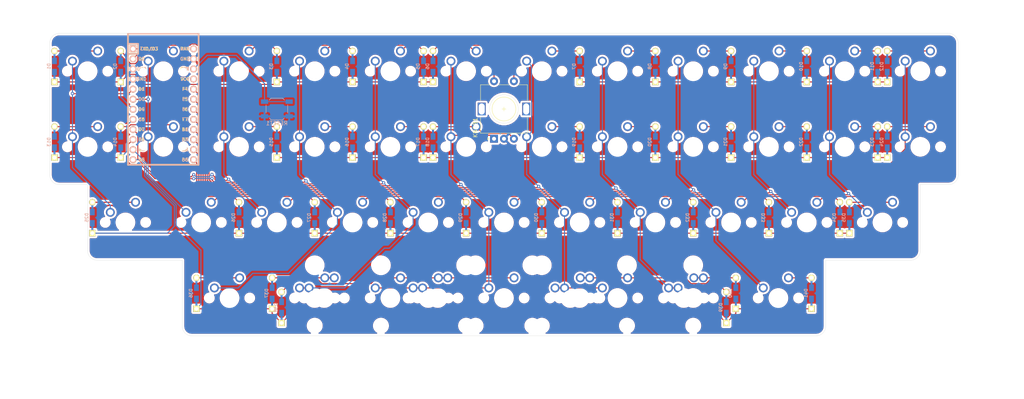
<source format=kicad_pcb>
(kicad_pcb (version 20171130) (host pcbnew "(5.1.9)-1")
  (layers (0 F.Cu signal) (31 B.Cu signal) (34 B.Paste user) (35 F.Paste user) (36 B.SilkS user) (37 F.SilkS user) (38 B.Mask user) (39 F.Mask user) (44 Edge.Cuts user))
  (net 0 "")
  (net 1 "Net-(D1-Pad2)")
  (net 2 "Net-(D2-Pad2)")
  (net 3 "Net-(D3-Pad2)")
  (net 4 "Net-(D4-Pad2)")
  (net 5 "Net-(D5-Pad2)")
  (net 6 "Net-(D6-Pad2)")
  (net 7 "Net-(D7-Pad2)")
  (net 8 "Net-(D8-Pad2)")
  (net 9 "Net-(D9-Pad2)")
  (net 10 "Net-(D10-Pad2)")
  (net 11 "Net-(D11-Pad2)")
  (net 12 "Net-(D12-Pad2)")
  (net 13 "Net-(D13-Pad2)")
  (net 14 "Net-(D14-Pad2)")
  (net 15 "Net-(D15-Pad2)")
  (net 16 "Net-(D16-Pad2)")
  (net 17 "Net-(D17-Pad2)")
  (net 18 "Net-(D19-Pad2)")
  (net 19 "Net-(D20-Pad2)")
  (net 20 "Net-(D21-Pad2)")
  (net 21 "Net-(D22-Pad2)")
  (net 22 "Net-(D23-Pad2)")
  (net 23 "Net-(D24-Pad2)")
  (net 24 "Net-(D25-Pad2)")
  (net 25 "Net-(D26-Pad2)")
  (net 26 "Net-(D27-Pad2)")
  (net 27 "Net-(D28-Pad2)")
  (net 28 "Net-(D29-Pad2)")
  (net 29 "Net-(D30-Pad2)")
  (net 30 "Net-(D31-Pad2)")
  (net 31 "Net-(D32-Pad2)")
  (net 32 "Net-(D33-Pad2)")
  (net 33 "Net-(D34-Pad2)")
  (net 34 "Net-(D35-Pad2)")
  (net 35 "Net-(D36-Pad2)")
  (net 36 "Net-(D37-Pad2)")
  (net 37 "Net-(D38-Pad2)")
  (net 38 "Net-(D39-Pad2)")
  (net 39 "Net-(D40-Pad2)")
  (net 40 "Net-(D41-Pad2)")
  (net 41 X1)
  (net 42 X2)
  (net 43 GND)
  (net 44 RST)
  (net 45 r1)
  (net 46 r2)
  (net 47 r3)
  (net 48 r4)
  (net 49 c1)
  (net 50 c2)
  (net 51 c3)
  (net 52 c4)
  (net 53 c5)
  (net 54 c7)
  (net 55 c8)
  (net 56 c9)
  (net 57 c10)
  (net 58 c11)
  (net 59 c12)
  (net 60 RAW)
  (net 61 VCC)
  (net 62 Z2)
  (net 63 Z1)
  (module MX_Only:MXOnly-1U-NoLED (layer F.Cu) (at 197.64458 90.48788)
    (fp_text reference MX40-1u1)
    (fp_text value MX-NoLED)
    (pad 2 thru_hole circle (at 2.54 -5.08) (size 2.25 2.25) (drill 1.47) (layers *.Cu B.Mask) (net 39 "Net-(D40-Pad2)"))
    (pad "" np_thru_hole circle (at 0 0) (size 3.9878 3.9878) (drill 3.9878) (layers *.Cu *.Mask))
    (pad 1 thru_hole circle (at -3.81 -2.54) (size 2.25 2.25) (drill 1.47) (layers *.Cu B.Mask) (net 55 c8))
    (pad "" np_thru_hole circle (at -5.08 0 48.0996) (size 1.75 1.75) (drill 1.75) (layers *.Cu *.Mask))
    (pad "" np_thru_hole circle (at 5.08 0 48.0996) (size 1.75 1.75) (drill 1.75) (layers *.Cu *.Mask))
  )
  (module MX_Only:MXOnly-2U-ReversedStabilizers-NoLED (layer F.Cu) (at 169.06946 90.48788)
    (fp_text reference MX39-2u1)
    (fp_text value MX-NoLED)
    (pad 2 thru_hole circle (at 2.54 -5.08) (size 2.25 2.25) (drill 1.47) (layers *.Cu B.Mask) (net 38 "Net-(D39-Pad2)"))
    (pad "" np_thru_hole circle (at 0 0) (size 3.9878 3.9878) (drill 3.9878) (layers *.Cu *.Mask))
    (pad 1 thru_hole circle (at -3.81 -2.54) (size 2.25 2.25) (drill 1.47) (layers *.Cu B.Mask) (net 54 c7))
    (pad "" np_thru_hole circle (at -5.08 0 48.0996) (size 1.75 1.75) (drill 1.75) (layers *.Cu *.Mask))
    (pad "" np_thru_hole circle (at 5.08 0 48.0996) (size 1.75 1.75) (drill 1.75) (layers *.Cu *.Mask))
    (pad "" np_thru_hole circle (at -11.90625 6.985) (size 3.048 3.048) (drill 3.048) (layers *.Cu *.Mask))
    (pad "" np_thru_hole circle (at 11.90625 6.985) (size 3.048 3.048) (drill 3.048) (layers *.Cu *.Mask))
    (pad "" np_thru_hole circle (at -11.90625 -8.255) (size 3.9878 3.9878) (drill 3.9878) (layers *.Cu *.Mask))
    (pad "" np_thru_hole circle (at 11.90625 -8.255) (size 3.9878 3.9878) (drill 3.9878) (layers *.Cu *.Mask))
  )
  (module MX_Only:MXOnly-2U-ReversedStabilizers-NoLED (layer F.Cu) (at 130.9693 90.48788)
    (fp_text reference MX38-2u1)
    (fp_text value MX-NoLED)
    (pad 2 thru_hole circle (at 2.54 -5.08) (size 2.25 2.25) (drill 1.47) (layers *.Cu B.Mask) (net 37 "Net-(D38-Pad2)"))
    (pad "" np_thru_hole circle (at 0 0) (size 3.9878 3.9878) (drill 3.9878) (layers *.Cu *.Mask))
    (pad 1 thru_hole circle (at -3.81 -2.54) (size 2.25 2.25) (drill 1.47) (layers *.Cu B.Mask) (net 63 Z1))
    (pad "" np_thru_hole circle (at -5.08 0 48.0996) (size 1.75 1.75) (drill 1.75) (layers *.Cu *.Mask))
    (pad "" np_thru_hole circle (at 5.08 0 48.0996) (size 1.75 1.75) (drill 1.75) (layers *.Cu *.Mask))
    (pad "" np_thru_hole circle (at -11.90625 6.985) (size 3.048 3.048) (drill 3.048) (layers *.Cu *.Mask))
    (pad "" np_thru_hole circle (at 11.90625 6.985) (size 3.048 3.048) (drill 3.048) (layers *.Cu *.Mask))
    (pad "" np_thru_hole circle (at -11.90625 -8.255) (size 3.9878 3.9878) (drill 3.9878) (layers *.Cu *.Mask))
    (pad "" np_thru_hole circle (at 11.90625 -8.255) (size 3.9878 3.9878) (drill 3.9878) (layers *.Cu *.Mask))
  )
  (module MX_Only:MXOnly-1U-NoLED (layer F.Cu) (at 102.39418 90.48788)
    (fp_text reference MX37-1u1)
    (fp_text value MX-NoLED)
    (pad 2 thru_hole circle (at 2.54 -5.08) (size 2.25 2.25) (drill 1.47) (layers *.Cu B.Mask) (net 36 "Net-(D37-Pad2)"))
    (pad "" np_thru_hole circle (at 0 0) (size 3.9878 3.9878) (drill 3.9878) (layers *.Cu *.Mask))
    (pad 1 thru_hole circle (at -3.81 -2.54) (size 2.25 2.25) (drill 1.47) (layers *.Cu B.Mask) (net 53 c5))
    (pad "" np_thru_hole circle (at -5.08 0 48.0996) (size 1.75 1.75) (drill 1.75) (layers *.Cu *.Mask))
    (pad "" np_thru_hole circle (at 5.08 0 48.0996) (size 1.75 1.75) (drill 1.75) (layers *.Cu *.Mask))
  )
  (module MX_Only:MXOnly-6U-Centered-ReversedStabilizers-NoLED (layer F.Cu) (at 150.01938 90.48788)
    (fp_text reference MX38-6u1)
    (fp_text value MX-NoLED)
    (pad "" np_thru_hole circle (at 47.625 -8.255) (size 3.9878 3.9878) (drill 3.9878) (layers *.Cu *.Mask))
    (pad "" np_thru_hole circle (at -47.625 -8.255) (size 3.9878 3.9878) (drill 3.9878) (layers *.Cu *.Mask))
    (pad "" np_thru_hole circle (at 47.625 6.985) (size 3.048 3.048) (drill 3.048) (layers *.Cu *.Mask))
    (pad "" np_thru_hole circle (at -47.625 6.985) (size 3.048 3.048) (drill 3.048) (layers *.Cu *.Mask))
    (pad "" np_thru_hole circle (at 5.08 0 48.0996) (size 1.75 1.75) (drill 1.75) (layers *.Cu *.Mask))
    (pad "" np_thru_hole circle (at -5.08 0 48.0996) (size 1.75 1.75) (drill 1.75) (layers *.Cu *.Mask))
    (pad 1 thru_hole circle (at -3.81 -2.54) (size 2.25 2.25) (drill 1.47) (layers *.Cu B.Mask) (net 63 Z1))
    (pad "" np_thru_hole circle (at 0 0) (size 3.9878 3.9878) (drill 3.9878) (layers *.Cu *.Mask))
    (pad 2 thru_hole circle (at 2.54 -5.08) (size 2.25 2.25) (drill 1.47) (layers *.Cu B.Mask) (net 37 "Net-(D38-Pad2)"))
  )
  (module MX_Only:MXOnly-3U-ReversedStabilizers-NoLED (layer F.Cu) (at 178.5945 90.48788)
    (fp_text reference MX39-3u1)
    (fp_text value MX-NoLED)
    (pad 2 thru_hole circle (at 2.54 -5.08) (size 2.25 2.25) (drill 1.47) (layers *.Cu B.Mask) (net 38 "Net-(D39-Pad2)"))
    (pad 1 thru_hole circle (at -3.81 -2.54 48.1) (size 2.25 2.25) (drill 1.47) (layers *.Cu B.Mask) (net 54 c7))
    (pad "" np_thru_hole circle (at 0 0) (size 3.9878 3.9878) (drill 3.9878) (layers *.Cu *.Mask))
    (pad "" np_thru_hole circle (at -5.08 0 48.0996) (size 1.75 1.75) (drill 1.75) (layers *.Cu *.Mask))
    (pad "" np_thru_hole circle (at 5.08 0 48.0996) (size 1.75 1.75) (drill 1.75) (layers *.Cu *.Mask))
    (pad "" np_thru_hole circle (at -19.05 6.985) (size 3.048 3.048) (drill 3.048) (layers *.Cu *.Mask))
    (pad "" np_thru_hole circle (at 19.05 6.985) (size 3.048 3.048) (drill 3.048) (layers *.Cu *.Mask))
    (pad "" np_thru_hole circle (at -19.05 -8.255) (size 3.9878 3.9878) (drill 3.9878) (layers *.Cu *.Mask))
    (pad "" np_thru_hole circle (at 19.05 -8.255) (size 3.9878 3.9878) (drill 3.9878) (layers *.Cu *.Mask))
  )
  (module MX_Only:MXOnly-3U-ReversedStabilizers-NoLED (layer F.Cu) (at 121.44426 90.48788)
    (fp_text reference MX38-3u1)
    (fp_text value MX-NoLED)
    (pad 2 thru_hole circle (at 2.54 -5.08) (size 2.25 2.25) (drill 1.47) (layers *.Cu B.Mask) (net 37 "Net-(D38-Pad2)"))
    (pad 1 thru_hole circle (at -3.81 -2.54 48.1) (size 2.25 2.25) (drill 1.47) (layers *.Cu B.Mask) (net 63 Z1))
    (pad "" np_thru_hole circle (at 0 0) (size 3.9878 3.9878) (drill 3.9878) (layers *.Cu *.Mask))
    (pad "" np_thru_hole circle (at -5.08 0 48.0996) (size 1.75 1.75) (drill 1.75) (layers *.Cu *.Mask))
    (pad "" np_thru_hole circle (at 5.08 0 48.0996) (size 1.75 1.75) (drill 1.75) (layers *.Cu *.Mask))
    (pad "" np_thru_hole circle (at -19.05 6.985) (size 3.048 3.048) (drill 3.048) (layers *.Cu *.Mask))
    (pad "" np_thru_hole circle (at 19.05 6.985) (size 3.048 3.048) (drill 3.048) (layers *.Cu *.Mask))
    (pad "" np_thru_hole circle (at -19.05 -8.255) (size 3.9878 3.9878) (drill 3.9878) (layers *.Cu *.Mask))
    (pad "" np_thru_hole circle (at 19.05 -8.255) (size 3.9878 3.9878) (drill 3.9878) (layers *.Cu *.Mask))
  )
  (module Button_Switch_SMD:SW_SPST_SKQG_WithStem (layer B.Cu) (at 92.86914 42.86268)
    (fp_text reference RESET1 (at 0 3.6) (layer B.SilkS) (effects (justify mirror)))
    (fp_text value SW_Push)
    (pad 2 smd rect (at 3.1 -1.85) (size 1.8 1.1) (layers B.Cu B.Paste B.Mask) (net 44 RST))
    (pad 2 smd rect (at -3.1 -1.85) (size 1.8 1.1) (layers B.Cu B.Paste B.Mask) (net 44 RST))
    (pad 1 smd rect (at 3.1 1.85) (size 1.8 1.1) (layers B.Cu B.Paste B.Mask) (net 43 GND))
    (pad 1 smd rect (at -3.1 1.85) (size 1.8 1.1) (layers B.Cu B.Paste B.Mask) (net 43 GND))
  )
  (module Keebio-Parts:ArduinoProMicro (layer F.Cu) (at 64.29402 41.67205 270)
    (fp_text reference PM1 hide)
    (fp_text value ProMicro hide)
    (fp_text user ST (at -8.91 -5.04) (layer B.SilkS) (effects (font (size 0.8 0.8)) (justify mirror)))
    (fp_text user TX0/D3 (at -13.97 3.571872) (layer F.SilkS) (effects (font (size 0.8 0.8))))
    (fp_text user TX0/D3 (at -13.97 3.571872) (layer B.SilkS) (effects (font (size 0.8 0.8)) (justify mirror)))
    (fp_text user D2 (at -11.43 5.461) (layer F.SilkS) (effects (font (size 0.8 0.8))))
    (fp_text user D0 (at -1.27 5.461) (layer F.SilkS) (effects (font (size 0.8 0.8))))
    (fp_text user D1 (at -3.81 5.461) (layer F.SilkS) (effects (font (size 0.8 0.8))))
    (fp_text user GND (at -6.35 5.461) (layer F.SilkS) (effects (font (size 0.8 0.8))))
    (fp_text user GND (at -8.89 5.461) (layer F.SilkS) (effects (font (size 0.8 0.8))))
    (fp_text user D4 (at 1.27 5.461) (layer F.SilkS) (effects (font (size 0.8 0.8))))
    (fp_text user C6 (at 3.81 5.461) (layer F.SilkS) (effects (font (size 0.8 0.8))))
    (fp_text user D7 (at 6.35 5.461) (layer F.SilkS) (effects (font (size 0.8 0.8))))
    (fp_text user E6 (at 8.89 5.461) (layer F.SilkS) (effects (font (size 0.8 0.8))))
    (fp_text user B4 (at 11.43 5.461) (layer F.SilkS) (effects (font (size 0.8 0.8))))
    (fp_text user B5 (at 13.97 5.461) (layer F.SilkS) (effects (font (size 0.8 0.8))))
    (fp_text user B6 (at 13.97 -5.461) (layer F.SilkS) (effects (font (size 0.8 0.8))))
    (fp_text user B2 (at 11.43 -5.461) (layer B.SilkS) (effects (font (size 0.8 0.8)) (justify mirror)))
    (fp_text user B3 (at 8.89 -5.461) (layer F.SilkS) (effects (font (size 0.8 0.8))))
    (fp_text user B1 (at 6.35 -5.461) (layer F.SilkS) (effects (font (size 0.8 0.8))))
    (fp_text user F7 (at 3.81 -5.461) (layer B.SilkS) (effects (font (size 0.8 0.8)) (justify mirror)))
    (fp_text user F6 (at 1.27 -5.461) (layer B.SilkS) (effects (font (size 0.8 0.8)) (justify mirror)))
    (fp_text user F5 (at -1.27 -5.461) (layer B.SilkS) (effects (font (size 0.8 0.8)) (justify mirror)))
    (fp_text user F4 (at -3.81 -5.461) (layer F.SilkS) (effects (font (size 0.8 0.8))))
    (fp_text user VCC (at -6.35 -5.461) (layer F.SilkS) (effects (font (size 0.8 0.8))))
    (fp_text user ST (at -8.92 -5.73312) (layer F.SilkS) (effects (font (size 0.8 0.8))))
    (fp_text user GND (at -11.43 -5.461) (layer F.SilkS) (effects (font (size 0.8 0.8))))
    (fp_text user RAW (at -13.97 -5.461) (layer F.SilkS) (effects (font (size 0.8 0.8))))
    (fp_text user RAW (at -13.97 -5.461) (layer B.SilkS) (effects (font (size 0.8 0.8)) (justify mirror)))
    (fp_text user GND (at -11.43 -5.461) (layer B.SilkS) (effects (font (size 0.8 0.8)) (justify mirror)))
    (fp_text user VCC (at -6.35 -5.461) (layer B.SilkS) (effects (font (size 0.8 0.8)) (justify mirror)))
    (fp_text user F4 (at -3.81 -5.461) (layer B.SilkS) (effects (font (size 0.8 0.8)) (justify mirror)))
    (fp_text user F5 (at -1.27 -5.461) (layer F.SilkS) (effects (font (size 0.8 0.8))))
    (fp_text user F6 (at 1.27 -5.461) (layer F.SilkS) (effects (font (size 0.8 0.8))))
    (fp_text user F7 (at 3.81 -5.461) (layer F.SilkS) (effects (font (size 0.8 0.8))))
    (fp_text user B1 (at 6.35 -5.461) (layer B.SilkS) (effects (font (size 0.8 0.8)) (justify mirror)))
    (fp_text user B3 (at 8.89 -5.461) (layer B.SilkS) (effects (font (size 0.8 0.8)) (justify mirror)))
    (fp_text user B2 (at 11.43 -5.461) (layer F.SilkS) (effects (font (size 0.8 0.8))))
    (fp_text user B6 (at 13.97 -5.461) (layer B.SilkS) (effects (font (size 0.8 0.8)) (justify mirror)))
    (fp_text user B5 (at 13.97 5.461) (layer B.SilkS) (effects (font (size 0.8 0.8)) (justify mirror)))
    (fp_text user B4 (at 11.43 5.461) (layer B.SilkS) (effects (font (size 0.8 0.8)) (justify mirror)))
    (fp_text user E6 (at 8.89 5.461) (layer B.SilkS) (effects (font (size 0.8 0.8)) (justify mirror)))
    (fp_text user D7 (at 6.35 5.461) (layer B.SilkS) (effects (font (size 0.8 0.8)) (justify mirror)))
    (fp_text user C6 (at 3.81 5.461) (layer B.SilkS) (effects (font (size 0.8 0.8)) (justify mirror)))
    (fp_text user D4 (at 1.27 5.461) (layer B.SilkS) (effects (font (size 0.8 0.8)) (justify mirror)))
    (fp_text user GND (at -8.89 5.461) (layer B.SilkS) (effects (font (size 0.8 0.8)) (justify mirror)))
    (fp_text user GND (at -6.35 5.461) (layer B.SilkS) (effects (font (size 0.8 0.8)) (justify mirror)))
    (fp_text user D1 (at -3.81 5.461) (layer B.SilkS) (effects (font (size 0.8 0.8)) (justify mirror)))
    (fp_text user D0 (at -1.27 5.461) (layer B.SilkS) (effects (font (size 0.8 0.8)) (justify mirror)))
    (fp_text user D2 (at -11.43 5.461) (layer B.SilkS) (effects (font (size 0.8 0.8)) (justify mirror)))
    (pad 24 thru_hole circle (at -13.97 -7.62 270) (size 1.7526 1.7526) (drill 1.0922) (layers *.Cu *.SilkS *.Mask) (net 60 RAW))
    (pad 12 thru_hole circle (at 13.97 7.62 270) (size 1.7526 1.7526) (drill 1.0922) (layers *.Cu *.SilkS *.Mask) (net 47 r3))
    (pad 23 thru_hole circle (at -11.43 -7.62 270) (size 1.7526 1.7526) (drill 1.0922) (layers *.Cu *.SilkS *.Mask) (net 43 GND))
    (pad 22 thru_hole circle (at -8.89 -7.62 270) (size 1.7526 1.7526) (drill 1.0922) (layers *.Cu *.SilkS *.Mask) (net 44 RST))
    (pad 21 thru_hole circle (at -6.35 -7.62 270) (size 1.7526 1.7526) (drill 1.0922) (layers *.Cu *.SilkS *.Mask) (net 61 VCC))
    (pad 20 thru_hole circle (at -3.81 -7.62 270) (size 1.7526 1.7526) (drill 1.0922) (layers *.Cu *.SilkS *.Mask) (net 53 c5))
    (pad 19 thru_hole circle (at -1.27 -7.62 270) (size 1.7526 1.7526) (drill 1.0922) (layers *.Cu *.SilkS *.Mask) (net 63 Z1))
    (pad 18 thru_hole circle (at 1.27 -7.62 270) (size 1.7526 1.7526) (drill 1.0922) (layers *.Cu *.SilkS *.Mask) (net 54 c7))
    (pad 17 thru_hole circle (at 3.81 -7.62 270) (size 1.7526 1.7526) (drill 1.0922) (layers *.Cu *.SilkS *.Mask) (net 55 c8))
    (pad 16 thru_hole circle (at 6.35 -7.62 270) (size 1.7526 1.7526) (drill 1.0922) (layers *.Cu *.SilkS *.Mask) (net 56 c9))
    (pad 15 thru_hole circle (at 8.89 -7.62 270) (size 1.7526 1.7526) (drill 1.0922) (layers *.Cu *.SilkS *.Mask) (net 57 c10))
    (pad 14 thru_hole circle (at 11.43 -7.62 270) (size 1.7526 1.7526) (drill 1.0922) (layers *.Cu *.SilkS *.Mask) (net 58 c11))
    (pad 13 thru_hole circle (at 13.97 -7.62 270) (size 1.7526 1.7526) (drill 1.0922) (layers *.Cu *.SilkS *.Mask) (net 59 c12))
    (pad 11 thru_hole circle (at 11.43 7.62 270) (size 1.7526 1.7526) (drill 1.0922) (layers *.Cu *.SilkS *.Mask) (net 48 r4))
    (pad 10 thru_hole circle (at 8.89 7.62 270) (size 1.7526 1.7526) (drill 1.0922) (layers *.Cu *.SilkS *.Mask) (net 52 c4))
    (pad 9 thru_hole circle (at 6.35 7.62 270) (size 1.7526 1.7526) (drill 1.0922) (layers *.Cu *.SilkS *.Mask) (net 51 c3))
    (pad 8 thru_hole circle (at 3.81 7.62 270) (size 1.7526 1.7526) (drill 1.0922) (layers *.Cu *.SilkS *.Mask) (net 46 r2))
    (pad 7 thru_hole circle (at 1.27 7.62 270) (size 1.7526 1.7526) (drill 1.0922) (layers *.Cu *.SilkS *.Mask) (net 45 r1))
    (pad 6 thru_hole circle (at -1.27 7.62 270) (size 1.7526 1.7526) (drill 1.0922) (layers *.Cu *.SilkS *.Mask) (net 50 c2))
    (pad 5 thru_hole circle (at -3.81 7.62 270) (size 1.7526 1.7526) (drill 1.0922) (layers *.Cu *.SilkS *.Mask) (net 49 c1))
    (pad 4 thru_hole circle (at -6.35 7.62 270) (size 1.7526 1.7526) (drill 1.0922) (layers *.Cu *.SilkS *.Mask) (net 43 GND))
    (pad 3 thru_hole circle (at -8.89 7.62 270) (size 1.7526 1.7526) (drill 1.0922) (layers *.Cu *.SilkS *.Mask) (net 43 GND))
    (pad 2 thru_hole circle (at -11.43 7.62 270) (size 1.7526 1.7526) (drill 1.0922) (layers *.Cu *.SilkS *.Mask) (net 42 X2))
    (pad 1 thru_hole rect (at -13.97 7.62 270) (size 1.7526 1.7526) (drill 1.0922) (layers *.Cu *.SilkS *.Mask) (net 41 X1))
  )
  (module MX_Only:MXOnly-1.25U-NoLED (layer F.Cu) (at 219.07592 90.48788)
    (fp_text reference MX41)
    (fp_text value MX-NoLED)
    (pad 2 thru_hole circle (at 2.54 -5.08) (size 2.25 2.25) (drill 1.47) (layers *.Cu B.Mask) (net 40 "Net-(D41-Pad2)"))
    (pad "" np_thru_hole circle (at 0 0) (size 3.9878 3.9878) (drill 3.9878) (layers *.Cu *.Mask))
    (pad 1 thru_hole circle (at -3.81 -2.54) (size 2.25 2.25) (drill 1.47) (layers *.Cu B.Mask) (net 56 c9))
    (pad "" np_thru_hole circle (at -5.08 0 48.0996) (size 1.75 1.75) (drill 1.75) (layers *.Cu *.Mask))
    (pad "" np_thru_hole circle (at 5.08 0 48.0996) (size 1.75 1.75) (drill 1.75) (layers *.Cu *.Mask))
  )
  (module MX_Only:MXOnly-1.25U-NoLED (layer F.Cu) (at 195.26332 90.48788)
    (fp_text reference MX40)
    (fp_text value MX-NoLED)
    (pad 2 thru_hole circle (at 2.54 -5.08) (size 2.25 2.25) (drill 1.47) (layers *.Cu B.Mask) (net 39 "Net-(D40-Pad2)"))
    (pad "" np_thru_hole circle (at 0 0) (size 3.9878 3.9878) (drill 3.9878) (layers *.Cu *.Mask))
    (pad 1 thru_hole circle (at -3.81 -2.54) (size 2.25 2.25) (drill 1.47) (layers *.Cu B.Mask) (net 55 c8))
    (pad "" np_thru_hole circle (at -5.08 0 48.0996) (size 1.75 1.75) (drill 1.75) (layers *.Cu *.Mask))
    (pad "" np_thru_hole circle (at 5.08 0 48.0996) (size 1.75 1.75) (drill 1.75) (layers *.Cu *.Mask))
  )
  (module MX_Only:MXOnly-1.75U-NoLED (layer F.Cu) (at 166.6882 90.48788)
    (fp_text reference MX39)
    (fp_text value MX-NoLED)
    (pad 2 thru_hole circle (at 2.54 -5.08) (size 2.25 2.25) (drill 1.47) (layers *.Cu B.Mask) (net 38 "Net-(D39-Pad2)"))
    (pad "" np_thru_hole circle (at 0 0) (size 3.9878 3.9878) (drill 3.9878) (layers *.Cu *.Mask))
    (pad 1 thru_hole circle (at -3.81 -2.54) (size 2.25 2.25) (drill 1.47) (layers *.Cu B.Mask) (net 54 c7))
    (pad "" np_thru_hole circle (at -5.08 0 48.0996) (size 1.75 1.75) (drill 1.75) (layers *.Cu *.Mask))
    (pad "" np_thru_hole circle (at 5.08 0 48.0996) (size 1.75 1.75) (drill 1.75) (layers *.Cu *.Mask))
  )
  (module MX_Only:MXOnly-1.75U-NoLED (layer F.Cu) (at 133.35056 90.48788)
    (fp_text reference MX38)
    (fp_text value MX-NoLED)
    (pad 2 thru_hole circle (at 2.54 -5.08) (size 2.25 2.25) (drill 1.47) (layers *.Cu B.Mask) (net 37 "Net-(D38-Pad2)"))
    (pad "" np_thru_hole circle (at 0 0) (size 3.9878 3.9878) (drill 3.9878) (layers *.Cu *.Mask))
    (pad 1 thru_hole circle (at -3.81 -2.54) (size 2.25 2.25) (drill 1.47) (layers *.Cu B.Mask) (net 63 Z1))
    (pad "" np_thru_hole circle (at -5.08 0 48.0996) (size 1.75 1.75) (drill 1.75) (layers *.Cu *.Mask))
    (pad "" np_thru_hole circle (at 5.08 0 48.0996) (size 1.75 1.75) (drill 1.75) (layers *.Cu *.Mask))
  )
  (module MX_Only:MXOnly-1.25U-NoLED (layer F.Cu) (at 104.77544 90.48788)
    (fp_text reference MX37)
    (fp_text value MX-NoLED)
    (pad 2 thru_hole circle (at 2.54 -5.08) (size 2.25 2.25) (drill 1.47) (layers *.Cu B.Mask) (net 36 "Net-(D37-Pad2)"))
    (pad "" np_thru_hole circle (at 0 0) (size 3.9878 3.9878) (drill 3.9878) (layers *.Cu *.Mask))
    (pad 1 thru_hole circle (at -3.81 -2.54) (size 2.25 2.25) (drill 1.47) (layers *.Cu B.Mask) (net 53 c5))
    (pad "" np_thru_hole circle (at -5.08 0 48.0996) (size 1.75 1.75) (drill 1.75) (layers *.Cu *.Mask))
    (pad "" np_thru_hole circle (at 5.08 0 48.0996) (size 1.75 1.75) (drill 1.75) (layers *.Cu *.Mask))
  )
  (module MX_Only:MXOnly-1.25U-NoLED (layer F.Cu) (at 80.96284 90.48788)
    (fp_text reference MX36)
    (fp_text value MX-NoLED)
    (pad 2 thru_hole circle (at 2.54 -5.08) (size 2.25 2.25) (drill 1.47) (layers *.Cu B.Mask) (net 35 "Net-(D36-Pad2)"))
    (pad "" np_thru_hole circle (at 0 0) (size 3.9878 3.9878) (drill 3.9878) (layers *.Cu *.Mask))
    (pad 1 thru_hole circle (at -3.81 -2.54) (size 2.25 2.25) (drill 1.47) (layers *.Cu B.Mask) (net 52 c4))
    (pad "" np_thru_hole circle (at -5.08 0 48.0996) (size 1.75 1.75) (drill 1.75) (layers *.Cu *.Mask))
    (pad "" np_thru_hole circle (at 5.08 0 48.0996) (size 1.75 1.75) (drill 1.75) (layers *.Cu *.Mask))
  )
  (module MX_Only:MXOnly-1U-NoLED (layer F.Cu) (at 245.26978 71.4378)
    (fp_text reference MX35)
    (fp_text value MX-NoLED)
    (pad 2 thru_hole circle (at 2.54 -5.08) (size 2.25 2.25) (drill 1.47) (layers *.Cu B.Mask) (net 34 "Net-(D35-Pad2)"))
    (pad "" np_thru_hole circle (at 0 0) (size 3.9878 3.9878) (drill 3.9878) (layers *.Cu *.Mask))
    (pad 1 thru_hole circle (at -3.81 -2.54) (size 2.25 2.25) (drill 1.47) (layers *.Cu B.Mask) (net 58 c11))
    (pad "" np_thru_hole circle (at -5.08 0 48.0996) (size 1.75 1.75) (drill 1.75) (layers *.Cu *.Mask))
    (pad "" np_thru_hole circle (at 5.08 0 48.0996) (size 1.75 1.75) (drill 1.75) (layers *.Cu *.Mask))
  )
  (module MX_Only:MXOnly-1U-NoLED (layer F.Cu) (at 226.2197 71.4378)
    (fp_text reference MX34)
    (fp_text value MX-NoLED)
    (pad 2 thru_hole circle (at 2.54 -5.08) (size 2.25 2.25) (drill 1.47) (layers *.Cu B.Mask) (net 33 "Net-(D34-Pad2)"))
    (pad "" np_thru_hole circle (at 0 0) (size 3.9878 3.9878) (drill 3.9878) (layers *.Cu *.Mask))
    (pad 1 thru_hole circle (at -3.81 -2.54) (size 2.25 2.25) (drill 1.47) (layers *.Cu B.Mask) (net 57 c10))
    (pad "" np_thru_hole circle (at -5.08 0 48.0996) (size 1.75 1.75) (drill 1.75) (layers *.Cu *.Mask))
    (pad "" np_thru_hole circle (at 5.08 0 48.0996) (size 1.75 1.75) (drill 1.75) (layers *.Cu *.Mask))
  )
  (module MX_Only:MXOnly-1U-NoLED (layer F.Cu) (at 207.16962 71.4378)
    (fp_text reference MX33)
    (fp_text value MX-NoLED)
    (pad 2 thru_hole circle (at 2.54 -5.08) (size 2.25 2.25) (drill 1.47) (layers *.Cu B.Mask) (net 32 "Net-(D33-Pad2)"))
    (pad "" np_thru_hole circle (at 0 0) (size 3.9878 3.9878) (drill 3.9878) (layers *.Cu *.Mask))
    (pad 1 thru_hole circle (at -3.81 -2.54) (size 2.25 2.25) (drill 1.47) (layers *.Cu B.Mask) (net 56 c9))
    (pad "" np_thru_hole circle (at -5.08 0 48.0996) (size 1.75 1.75) (drill 1.75) (layers *.Cu *.Mask))
    (pad "" np_thru_hole circle (at 5.08 0 48.0996) (size 1.75 1.75) (drill 1.75) (layers *.Cu *.Mask))
  )
  (module MX_Only:MXOnly-1U-NoLED (layer F.Cu) (at 188.11954 71.4378)
    (fp_text reference MX32)
    (fp_text value MX-NoLED)
    (pad 2 thru_hole circle (at 2.54 -5.08) (size 2.25 2.25) (drill 1.47) (layers *.Cu B.Mask) (net 31 "Net-(D32-Pad2)"))
    (pad "" np_thru_hole circle (at 0 0) (size 3.9878 3.9878) (drill 3.9878) (layers *.Cu *.Mask))
    (pad 1 thru_hole circle (at -3.81 -2.54) (size 2.25 2.25) (drill 1.47) (layers *.Cu B.Mask) (net 55 c8))
    (pad "" np_thru_hole circle (at -5.08 0 48.0996) (size 1.75 1.75) (drill 1.75) (layers *.Cu *.Mask))
    (pad "" np_thru_hole circle (at 5.08 0 48.0996) (size 1.75 1.75) (drill 1.75) (layers *.Cu *.Mask))
  )
  (module MX_Only:MXOnly-1U-NoLED (layer F.Cu) (at 169.06946 71.4378)
    (fp_text reference MX31)
    (fp_text value MX-NoLED)
    (pad 2 thru_hole circle (at 2.54 -5.08) (size 2.25 2.25) (drill 1.47) (layers *.Cu B.Mask) (net 30 "Net-(D31-Pad2)"))
    (pad "" np_thru_hole circle (at 0 0) (size 3.9878 3.9878) (drill 3.9878) (layers *.Cu *.Mask))
    (pad 1 thru_hole circle (at -3.81 -2.54) (size 2.25 2.25) (drill 1.47) (layers *.Cu B.Mask) (net 54 c7))
    (pad "" np_thru_hole circle (at -5.08 0 48.0996) (size 1.75 1.75) (drill 1.75) (layers *.Cu *.Mask))
    (pad "" np_thru_hole circle (at 5.08 0 48.0996) (size 1.75 1.75) (drill 1.75) (layers *.Cu *.Mask))
  )
  (module MX_Only:MXOnly-1U-NoLED (layer F.Cu) (at 150.01938 71.4378)
    (fp_text reference MX30)
    (fp_text value MX-NoLED)
    (pad 2 thru_hole circle (at 2.54 -5.08) (size 2.25 2.25) (drill 1.47) (layers *.Cu B.Mask) (net 29 "Net-(D30-Pad2)"))
    (pad "" np_thru_hole circle (at 0 0) (size 3.9878 3.9878) (drill 3.9878) (layers *.Cu *.Mask))
    (pad 1 thru_hole circle (at -3.81 -2.54) (size 2.25 2.25) (drill 1.47) (layers *.Cu B.Mask) (net 63 Z1))
    (pad "" np_thru_hole circle (at -5.08 0 48.0996) (size 1.75 1.75) (drill 1.75) (layers *.Cu *.Mask))
    (pad "" np_thru_hole circle (at 5.08 0 48.0996) (size 1.75 1.75) (drill 1.75) (layers *.Cu *.Mask))
  )
  (module MX_Only:MXOnly-1U-NoLED (layer F.Cu) (at 130.9693 71.4378)
    (fp_text reference MX29)
    (fp_text value MX-NoLED)
    (pad 2 thru_hole circle (at 2.54 -5.08) (size 2.25 2.25) (drill 1.47) (layers *.Cu B.Mask) (net 28 "Net-(D29-Pad2)"))
    (pad "" np_thru_hole circle (at 0 0) (size 3.9878 3.9878) (drill 3.9878) (layers *.Cu *.Mask))
    (pad 1 thru_hole circle (at -3.81 -2.54) (size 2.25 2.25) (drill 1.47) (layers *.Cu B.Mask) (net 53 c5))
    (pad "" np_thru_hole circle (at -5.08 0 48.0996) (size 1.75 1.75) (drill 1.75) (layers *.Cu *.Mask))
    (pad "" np_thru_hole circle (at 5.08 0 48.0996) (size 1.75 1.75) (drill 1.75) (layers *.Cu *.Mask))
  )
  (module MX_Only:MXOnly-1U-NoLED (layer F.Cu) (at 111.91922 71.4378)
    (fp_text reference MX28)
    (fp_text value MX-NoLED)
    (pad 2 thru_hole circle (at 2.54 -5.08) (size 2.25 2.25) (drill 1.47) (layers *.Cu B.Mask) (net 27 "Net-(D28-Pad2)"))
    (pad "" np_thru_hole circle (at 0 0) (size 3.9878 3.9878) (drill 3.9878) (layers *.Cu *.Mask))
    (pad 1 thru_hole circle (at -3.81 -2.54) (size 2.25 2.25) (drill 1.47) (layers *.Cu B.Mask) (net 52 c4))
    (pad "" np_thru_hole circle (at -5.08 0 48.0996) (size 1.75 1.75) (drill 1.75) (layers *.Cu *.Mask))
    (pad "" np_thru_hole circle (at 5.08 0 48.0996) (size 1.75 1.75) (drill 1.75) (layers *.Cu *.Mask))
  )
  (module MX_Only:MXOnly-1U-NoLED (layer F.Cu) (at 92.86914 71.4378)
    (fp_text reference MX27)
    (fp_text value MX-NoLED)
    (pad 2 thru_hole circle (at 2.54 -5.08) (size 2.25 2.25) (drill 1.47) (layers *.Cu B.Mask) (net 26 "Net-(D27-Pad2)"))
    (pad "" np_thru_hole circle (at 0 0) (size 3.9878 3.9878) (drill 3.9878) (layers *.Cu *.Mask))
    (pad 1 thru_hole circle (at -3.81 -2.54) (size 2.25 2.25) (drill 1.47) (layers *.Cu B.Mask) (net 51 c3))
    (pad "" np_thru_hole circle (at -5.08 0 48.0996) (size 1.75 1.75) (drill 1.75) (layers *.Cu *.Mask))
    (pad "" np_thru_hole circle (at 5.08 0 48.0996) (size 1.75 1.75) (drill 1.75) (layers *.Cu *.Mask))
  )
  (module MX_Only:MXOnly-1U-NoLED (layer F.Cu) (at 73.81906 71.4378)
    (fp_text reference MX26)
    (fp_text value MX-NoLED)
    (pad 2 thru_hole circle (at 2.54 -5.08) (size 2.25 2.25) (drill 1.47) (layers *.Cu B.Mask) (net 25 "Net-(D26-Pad2)"))
    (pad "" np_thru_hole circle (at 0 0) (size 3.9878 3.9878) (drill 3.9878) (layers *.Cu *.Mask))
    (pad 1 thru_hole circle (at -3.81 -2.54) (size 2.25 2.25) (drill 1.47) (layers *.Cu B.Mask) (net 50 c2))
    (pad "" np_thru_hole circle (at -5.08 0 48.0996) (size 1.75 1.75) (drill 1.75) (layers *.Cu *.Mask))
    (pad "" np_thru_hole circle (at 5.08 0 48.0996) (size 1.75 1.75) (drill 1.75) (layers *.Cu *.Mask))
  )
  (module MX_Only:MXOnly-1U-NoLED (layer F.Cu) (at 54.76898 71.4378)
    (fp_text reference MX25)
    (fp_text value MX-NoLED)
    (pad 2 thru_hole circle (at 2.54 -5.08) (size 2.25 2.25) (drill 1.47) (layers *.Cu B.Mask) (net 24 "Net-(D25-Pad2)"))
    (pad "" np_thru_hole circle (at 0 0) (size 3.9878 3.9878) (drill 3.9878) (layers *.Cu *.Mask))
    (pad 1 thru_hole circle (at -3.81 -2.54) (size 2.25 2.25) (drill 1.47) (layers *.Cu B.Mask) (net 49 c1))
    (pad "" np_thru_hole circle (at -5.08 0 48.0996) (size 1.75 1.75) (drill 1.75) (layers *.Cu *.Mask))
    (pad "" np_thru_hole circle (at 5.08 0 48.0996) (size 1.75 1.75) (drill 1.75) (layers *.Cu *.Mask))
  )
  (module MX_Only:MXOnly-1U-NoLED (layer F.Cu) (at 254.79482 52.38772)
    (fp_text reference MX24)
    (fp_text value MX-NoLED)
    (pad 2 thru_hole circle (at 2.54 -5.08) (size 2.25 2.25) (drill 1.47) (layers *.Cu B.Mask) (net 23 "Net-(D24-Pad2)"))
    (pad "" np_thru_hole circle (at 0 0) (size 3.9878 3.9878) (drill 3.9878) (layers *.Cu *.Mask))
    (pad 1 thru_hole circle (at -3.81 -2.54) (size 2.25 2.25) (drill 1.47) (layers *.Cu B.Mask) (net 59 c12))
    (pad "" np_thru_hole circle (at -5.08 0 48.0996) (size 1.75 1.75) (drill 1.75) (layers *.Cu *.Mask))
    (pad "" np_thru_hole circle (at 5.08 0 48.0996) (size 1.75 1.75) (drill 1.75) (layers *.Cu *.Mask))
  )
  (module MX_Only:MXOnly-1U-NoLED (layer F.Cu) (at 235.74474 52.38772)
    (fp_text reference MX23)
    (fp_text value MX-NoLED)
    (pad 2 thru_hole circle (at 2.54 -5.08) (size 2.25 2.25) (drill 1.47) (layers *.Cu B.Mask) (net 22 "Net-(D23-Pad2)"))
    (pad "" np_thru_hole circle (at 0 0) (size 3.9878 3.9878) (drill 3.9878) (layers *.Cu *.Mask))
    (pad 1 thru_hole circle (at -3.81 -2.54) (size 2.25 2.25) (drill 1.47) (layers *.Cu B.Mask) (net 58 c11))
    (pad "" np_thru_hole circle (at -5.08 0 48.0996) (size 1.75 1.75) (drill 1.75) (layers *.Cu *.Mask))
    (pad "" np_thru_hole circle (at 5.08 0 48.0996) (size 1.75 1.75) (drill 1.75) (layers *.Cu *.Mask))
  )
  (module MX_Only:MXOnly-1U-NoLED (layer F.Cu) (at 216.69466 52.38772)
    (fp_text reference MX22)
    (fp_text value MX-NoLED)
    (pad 2 thru_hole circle (at 2.54 -5.08) (size 2.25 2.25) (drill 1.47) (layers *.Cu B.Mask) (net 21 "Net-(D22-Pad2)"))
    (pad "" np_thru_hole circle (at 0 0) (size 3.9878 3.9878) (drill 3.9878) (layers *.Cu *.Mask))
    (pad 1 thru_hole circle (at -3.81 -2.54) (size 2.25 2.25) (drill 1.47) (layers *.Cu B.Mask) (net 57 c10))
    (pad "" np_thru_hole circle (at -5.08 0 48.0996) (size 1.75 1.75) (drill 1.75) (layers *.Cu *.Mask))
    (pad "" np_thru_hole circle (at 5.08 0 48.0996) (size 1.75 1.75) (drill 1.75) (layers *.Cu *.Mask))
  )
  (module MX_Only:MXOnly-1U-NoLED (layer F.Cu) (at 197.64458 52.38772)
    (fp_text reference MX21)
    (fp_text value MX-NoLED)
    (pad 2 thru_hole circle (at 2.54 -5.08) (size 2.25 2.25) (drill 1.47) (layers *.Cu B.Mask) (net 20 "Net-(D21-Pad2)"))
    (pad "" np_thru_hole circle (at 0 0) (size 3.9878 3.9878) (drill 3.9878) (layers *.Cu *.Mask))
    (pad 1 thru_hole circle (at -3.81 -2.54) (size 2.25 2.25) (drill 1.47) (layers *.Cu B.Mask) (net 56 c9))
    (pad "" np_thru_hole circle (at -5.08 0 48.0996) (size 1.75 1.75) (drill 1.75) (layers *.Cu *.Mask))
    (pad "" np_thru_hole circle (at 5.08 0 48.0996) (size 1.75 1.75) (drill 1.75) (layers *.Cu *.Mask))
  )
  (module MX_Only:MXOnly-1U-NoLED (layer F.Cu) (at 178.5945 52.38772)
    (fp_text reference MX20)
    (fp_text value MX-NoLED)
    (pad 2 thru_hole circle (at 2.54 -5.08) (size 2.25 2.25) (drill 1.47) (layers *.Cu B.Mask) (net 19 "Net-(D20-Pad2)"))
    (pad "" np_thru_hole circle (at 0 0) (size 3.9878 3.9878) (drill 3.9878) (layers *.Cu *.Mask))
    (pad 1 thru_hole circle (at -3.81 -2.54) (size 2.25 2.25) (drill 1.47) (layers *.Cu B.Mask) (net 55 c8))
    (pad "" np_thru_hole circle (at -5.08 0 48.0996) (size 1.75 1.75) (drill 1.75) (layers *.Cu *.Mask))
    (pad "" np_thru_hole circle (at 5.08 0 48.0996) (size 1.75 1.75) (drill 1.75) (layers *.Cu *.Mask))
  )
  (module MX_Only:MXOnly-1U-NoLED (layer F.Cu) (at 159.54442 52.38772)
    (fp_text reference MX19)
    (fp_text value MX-NoLED)
    (pad 2 thru_hole circle (at 2.54 -5.08) (size 2.25 2.25) (drill 1.47) (layers *.Cu B.Mask) (net 18 "Net-(D19-Pad2)"))
    (pad "" np_thru_hole circle (at 0 0) (size 3.9878 3.9878) (drill 3.9878) (layers *.Cu *.Mask))
    (pad 1 thru_hole circle (at -3.81 -2.54) (size 2.25 2.25) (drill 1.47) (layers *.Cu B.Mask) (net 54 c7))
    (pad "" np_thru_hole circle (at -5.08 0 48.0996) (size 1.75 1.75) (drill 1.75) (layers *.Cu *.Mask))
    (pad "" np_thru_hole circle (at 5.08 0 48.0996) (size 1.75 1.75) (drill 1.75) (layers *.Cu *.Mask))
  )
  (module MX_Only:MXOnly-1U-NoLED (layer F.Cu) (at 140.49434 52.38772)
    (fp_text reference MX18)
    (fp_text value MX-NoLED)
    (pad 2 thru_hole circle (at 2.54 -5.08) (size 2.25 2.25) (drill 1.47) (layers *.Cu B.Mask) (net 62 Z2))
    (pad "" np_thru_hole circle (at 0 0) (size 3.9878 3.9878) (drill 3.9878) (layers *.Cu *.Mask))
    (pad 1 thru_hole circle (at -3.81 -2.54) (size 2.25 2.25) (drill 1.47) (layers *.Cu B.Mask) (net 63 Z1))
    (pad "" np_thru_hole circle (at -5.08 0 48.0996) (size 1.75 1.75) (drill 1.75) (layers *.Cu *.Mask))
    (pad "" np_thru_hole circle (at 5.08 0 48.0996) (size 1.75 1.75) (drill 1.75) (layers *.Cu *.Mask))
  )
  (module MX_Only:MXOnly-1U-NoLED (layer F.Cu) (at 121.44426 52.38772)
    (fp_text reference MX17)
    (fp_text value MX-NoLED)
    (pad 2 thru_hole circle (at 2.54 -5.08) (size 2.25 2.25) (drill 1.47) (layers *.Cu B.Mask) (net 17 "Net-(D17-Pad2)"))
    (pad "" np_thru_hole circle (at 0 0) (size 3.9878 3.9878) (drill 3.9878) (layers *.Cu *.Mask))
    (pad 1 thru_hole circle (at -3.81 -2.54) (size 2.25 2.25) (drill 1.47) (layers *.Cu B.Mask) (net 53 c5))
    (pad "" np_thru_hole circle (at -5.08 0 48.0996) (size 1.75 1.75) (drill 1.75) (layers *.Cu *.Mask))
    (pad "" np_thru_hole circle (at 5.08 0 48.0996) (size 1.75 1.75) (drill 1.75) (layers *.Cu *.Mask))
  )
  (module MX_Only:MXOnly-1U-NoLED (layer F.Cu) (at 102.39418 52.38772)
    (fp_text reference MX16)
    (fp_text value MX-NoLED)
    (pad 2 thru_hole circle (at 2.54 -5.08) (size 2.25 2.25) (drill 1.47) (layers *.Cu B.Mask) (net 16 "Net-(D16-Pad2)"))
    (pad "" np_thru_hole circle (at 0 0) (size 3.9878 3.9878) (drill 3.9878) (layers *.Cu *.Mask))
    (pad 1 thru_hole circle (at -3.81 -2.54) (size 2.25 2.25) (drill 1.47) (layers *.Cu B.Mask) (net 52 c4))
    (pad "" np_thru_hole circle (at -5.08 0 48.0996) (size 1.75 1.75) (drill 1.75) (layers *.Cu *.Mask))
    (pad "" np_thru_hole circle (at 5.08 0 48.0996) (size 1.75 1.75) (drill 1.75) (layers *.Cu *.Mask))
  )
  (module MX_Only:MXOnly-1U-NoLED (layer F.Cu) (at 83.3441 52.38772)
    (fp_text reference MX15)
    (fp_text value MX-NoLED)
    (pad 2 thru_hole circle (at 2.54 -5.08) (size 2.25 2.25) (drill 1.47) (layers *.Cu B.Mask) (net 15 "Net-(D15-Pad2)"))
    (pad "" np_thru_hole circle (at 0 0) (size 3.9878 3.9878) (drill 3.9878) (layers *.Cu *.Mask))
    (pad 1 thru_hole circle (at -3.81 -2.54) (size 2.25 2.25) (drill 1.47) (layers *.Cu B.Mask) (net 51 c3))
    (pad "" np_thru_hole circle (at -5.08 0 48.0996) (size 1.75 1.75) (drill 1.75) (layers *.Cu *.Mask))
    (pad "" np_thru_hole circle (at 5.08 0 48.0996) (size 1.75 1.75) (drill 1.75) (layers *.Cu *.Mask))
  )
  (module MX_Only:MXOnly-1U-NoLED (layer F.Cu) (at 64.29402 52.38772)
    (fp_text reference MX14)
    (fp_text value MX-NoLED)
    (pad 2 thru_hole circle (at 2.54 -5.08) (size 2.25 2.25) (drill 1.47) (layers *.Cu B.Mask) (net 14 "Net-(D14-Pad2)"))
    (pad "" np_thru_hole circle (at 0 0) (size 3.9878 3.9878) (drill 3.9878) (layers *.Cu *.Mask))
    (pad 1 thru_hole circle (at -3.81 -2.54) (size 2.25 2.25) (drill 1.47) (layers *.Cu B.Mask) (net 50 c2))
    (pad "" np_thru_hole circle (at -5.08 0 48.0996) (size 1.75 1.75) (drill 1.75) (layers *.Cu *.Mask))
    (pad "" np_thru_hole circle (at 5.08 0 48.0996) (size 1.75 1.75) (drill 1.75) (layers *.Cu *.Mask))
  )
  (module MX_Only:MXOnly-1U-NoLED (layer F.Cu) (at 45.24394 52.38772)
    (fp_text reference MX13)
    (fp_text value MX-NoLED)
    (pad 2 thru_hole circle (at 2.54 -5.08) (size 2.25 2.25) (drill 1.47) (layers *.Cu B.Mask) (net 13 "Net-(D13-Pad2)"))
    (pad "" np_thru_hole circle (at 0 0) (size 3.9878 3.9878) (drill 3.9878) (layers *.Cu *.Mask))
    (pad 1 thru_hole circle (at -3.81 -2.54) (size 2.25 2.25) (drill 1.47) (layers *.Cu B.Mask) (net 49 c1))
    (pad "" np_thru_hole circle (at -5.08 0 48.0996) (size 1.75 1.75) (drill 1.75) (layers *.Cu *.Mask))
    (pad "" np_thru_hole circle (at 5.08 0 48.0996) (size 1.75 1.75) (drill 1.75) (layers *.Cu *.Mask))
  )
  (module MX_Only:MXOnly-1U-NoLED (layer F.Cu) (at 254.79482 33.33764)
    (fp_text reference MX12)
    (fp_text value MX-NoLED)
    (pad 2 thru_hole circle (at 2.54 -5.08) (size 2.25 2.25) (drill 1.47) (layers *.Cu B.Mask) (net 12 "Net-(D12-Pad2)"))
    (pad "" np_thru_hole circle (at 0 0) (size 3.9878 3.9878) (drill 3.9878) (layers *.Cu *.Mask))
    (pad 1 thru_hole circle (at -3.81 -2.54) (size 2.25 2.25) (drill 1.47) (layers *.Cu B.Mask) (net 59 c12))
    (pad "" np_thru_hole circle (at -5.08 0 48.0996) (size 1.75 1.75) (drill 1.75) (layers *.Cu *.Mask))
    (pad "" np_thru_hole circle (at 5.08 0 48.0996) (size 1.75 1.75) (drill 1.75) (layers *.Cu *.Mask))
  )
  (module MX_Only:MXOnly-1U-NoLED (layer F.Cu) (at 235.74474 33.33764)
    (fp_text reference MX11)
    (fp_text value MX-NoLED)
    (pad 2 thru_hole circle (at 2.54 -5.08) (size 2.25 2.25) (drill 1.47) (layers *.Cu B.Mask) (net 11 "Net-(D11-Pad2)"))
    (pad "" np_thru_hole circle (at 0 0) (size 3.9878 3.9878) (drill 3.9878) (layers *.Cu *.Mask))
    (pad 1 thru_hole circle (at -3.81 -2.54) (size 2.25 2.25) (drill 1.47) (layers *.Cu B.Mask) (net 58 c11))
    (pad "" np_thru_hole circle (at -5.08 0 48.0996) (size 1.75 1.75) (drill 1.75) (layers *.Cu *.Mask))
    (pad "" np_thru_hole circle (at 5.08 0 48.0996) (size 1.75 1.75) (drill 1.75) (layers *.Cu *.Mask))
  )
  (module MX_Only:MXOnly-1U-NoLED (layer F.Cu) (at 216.69466 33.33764)
    (fp_text reference MX10)
    (fp_text value MX-NoLED)
    (pad 2 thru_hole circle (at 2.54 -5.08) (size 2.25 2.25) (drill 1.47) (layers *.Cu B.Mask) (net 10 "Net-(D10-Pad2)"))
    (pad "" np_thru_hole circle (at 0 0) (size 3.9878 3.9878) (drill 3.9878) (layers *.Cu *.Mask))
    (pad 1 thru_hole circle (at -3.81 -2.54) (size 2.25 2.25) (drill 1.47) (layers *.Cu B.Mask) (net 57 c10))
    (pad "" np_thru_hole circle (at -5.08 0 48.0996) (size 1.75 1.75) (drill 1.75) (layers *.Cu *.Mask))
    (pad "" np_thru_hole circle (at 5.08 0 48.0996) (size 1.75 1.75) (drill 1.75) (layers *.Cu *.Mask))
  )
  (module MX_Only:MXOnly-1U-NoLED (layer F.Cu) (at 197.64458 33.33764)
    (fp_text reference MX9)
    (fp_text value MX-NoLED)
    (pad 2 thru_hole circle (at 2.54 -5.08) (size 2.25 2.25) (drill 1.47) (layers *.Cu B.Mask) (net 9 "Net-(D9-Pad2)"))
    (pad "" np_thru_hole circle (at 0 0) (size 3.9878 3.9878) (drill 3.9878) (layers *.Cu *.Mask))
    (pad 1 thru_hole circle (at -3.81 -2.54) (size 2.25 2.25) (drill 1.47) (layers *.Cu B.Mask) (net 56 c9))
    (pad "" np_thru_hole circle (at -5.08 0 48.0996) (size 1.75 1.75) (drill 1.75) (layers *.Cu *.Mask))
    (pad "" np_thru_hole circle (at 5.08 0 48.0996) (size 1.75 1.75) (drill 1.75) (layers *.Cu *.Mask))
  )
  (module MX_Only:MXOnly-1U-NoLED (layer F.Cu) (at 178.5945 33.33764)
    (fp_text reference MX8)
    (fp_text value MX-NoLED)
    (pad 2 thru_hole circle (at 2.54 -5.08) (size 2.25 2.25) (drill 1.47) (layers *.Cu B.Mask) (net 8 "Net-(D8-Pad2)"))
    (pad "" np_thru_hole circle (at 0 0) (size 3.9878 3.9878) (drill 3.9878) (layers *.Cu *.Mask))
    (pad 1 thru_hole circle (at -3.81 -2.54) (size 2.25 2.25) (drill 1.47) (layers *.Cu B.Mask) (net 55 c8))
    (pad "" np_thru_hole circle (at -5.08 0 48.0996) (size 1.75 1.75) (drill 1.75) (layers *.Cu *.Mask))
    (pad "" np_thru_hole circle (at 5.08 0 48.0996) (size 1.75 1.75) (drill 1.75) (layers *.Cu *.Mask))
  )
  (module MX_Only:MXOnly-1U-NoLED (layer F.Cu) (at 159.54442 33.33764)
    (fp_text reference MX7)
    (fp_text value MX-NoLED)
    (pad 2 thru_hole circle (at 2.54 -5.08) (size 2.25 2.25) (drill 1.47) (layers *.Cu B.Mask) (net 7 "Net-(D7-Pad2)"))
    (pad "" np_thru_hole circle (at 0 0) (size 3.9878 3.9878) (drill 3.9878) (layers *.Cu *.Mask))
    (pad 1 thru_hole circle (at -3.81 -2.54) (size 2.25 2.25) (drill 1.47) (layers *.Cu B.Mask) (net 54 c7))
    (pad "" np_thru_hole circle (at -5.08 0 48.0996) (size 1.75 1.75) (drill 1.75) (layers *.Cu *.Mask))
    (pad "" np_thru_hole circle (at 5.08 0 48.0996) (size 1.75 1.75) (drill 1.75) (layers *.Cu *.Mask))
  )
  (module MX_Only:MXOnly-1U-NoLED (layer F.Cu) (at 140.49434 33.33764)
    (fp_text reference MX6)
    (fp_text value MX-NoLED)
    (pad 2 thru_hole circle (at 2.54 -5.08) (size 2.25 2.25) (drill 1.47) (layers *.Cu B.Mask) (net 6 "Net-(D6-Pad2)"))
    (pad "" np_thru_hole circle (at 0 0) (size 3.9878 3.9878) (drill 3.9878) (layers *.Cu *.Mask))
    (pad 1 thru_hole circle (at -3.81 -2.54) (size 2.25 2.25) (drill 1.47) (layers *.Cu B.Mask) (net 63 Z1))
    (pad "" np_thru_hole circle (at -5.08 0 48.0996) (size 1.75 1.75) (drill 1.75) (layers *.Cu *.Mask))
    (pad "" np_thru_hole circle (at 5.08 0 48.0996) (size 1.75 1.75) (drill 1.75) (layers *.Cu *.Mask))
  )
  (module MX_Only:MXOnly-1U-NoLED (layer F.Cu) (at 121.44426 33.33764)
    (fp_text reference MX5)
    (fp_text value MX-NoLED)
    (pad 2 thru_hole circle (at 2.54 -5.08) (size 2.25 2.25) (drill 1.47) (layers *.Cu B.Mask) (net 5 "Net-(D5-Pad2)"))
    (pad "" np_thru_hole circle (at 0 0) (size 3.9878 3.9878) (drill 3.9878) (layers *.Cu *.Mask))
    (pad 1 thru_hole circle (at -3.81 -2.54) (size 2.25 2.25) (drill 1.47) (layers *.Cu B.Mask) (net 53 c5))
    (pad "" np_thru_hole circle (at -5.08 0 48.0996) (size 1.75 1.75) (drill 1.75) (layers *.Cu *.Mask))
    (pad "" np_thru_hole circle (at 5.08 0 48.0996) (size 1.75 1.75) (drill 1.75) (layers *.Cu *.Mask))
  )
  (module MX_Only:MXOnly-1U-NoLED (layer F.Cu) (at 102.39418 33.33764)
    (fp_text reference MX4)
    (fp_text value MX-NoLED)
    (pad 2 thru_hole circle (at 2.54 -5.08) (size 2.25 2.25) (drill 1.47) (layers *.Cu B.Mask) (net 4 "Net-(D4-Pad2)"))
    (pad "" np_thru_hole circle (at 0 0) (size 3.9878 3.9878) (drill 3.9878) (layers *.Cu *.Mask))
    (pad 1 thru_hole circle (at -3.81 -2.54) (size 2.25 2.25) (drill 1.47) (layers *.Cu B.Mask) (net 52 c4))
    (pad "" np_thru_hole circle (at -5.08 0 48.0996) (size 1.75 1.75) (drill 1.75) (layers *.Cu *.Mask))
    (pad "" np_thru_hole circle (at 5.08 0 48.0996) (size 1.75 1.75) (drill 1.75) (layers *.Cu *.Mask))
  )
  (module MX_Only:MXOnly-1U-NoLED (layer F.Cu) (at 83.3441 33.33764)
    (fp_text reference MX3)
    (fp_text value MX-NoLED)
    (pad 2 thru_hole circle (at 2.54 -5.08) (size 2.25 2.25) (drill 1.47) (layers *.Cu B.Mask) (net 3 "Net-(D3-Pad2)"))
    (pad "" np_thru_hole circle (at 0 0) (size 3.9878 3.9878) (drill 3.9878) (layers *.Cu *.Mask))
    (pad 1 thru_hole circle (at -3.81 -2.54) (size 2.25 2.25) (drill 1.47) (layers *.Cu B.Mask) (net 51 c3))
    (pad "" np_thru_hole circle (at -5.08 0 48.0996) (size 1.75 1.75) (drill 1.75) (layers *.Cu *.Mask))
    (pad "" np_thru_hole circle (at 5.08 0 48.0996) (size 1.75 1.75) (drill 1.75) (layers *.Cu *.Mask))
  )
  (module MX_Only:MXOnly-1U-NoLED (layer F.Cu) (at 64.29402 33.33764)
    (fp_text reference MX2)
    (fp_text value MX-NoLED)
    (pad 2 thru_hole circle (at 2.54 -5.08) (size 2.25 2.25) (drill 1.47) (layers *.Cu B.Mask) (net 2 "Net-(D2-Pad2)"))
    (pad "" np_thru_hole circle (at 0 0) (size 3.9878 3.9878) (drill 3.9878) (layers *.Cu *.Mask))
    (pad 1 thru_hole circle (at -3.81 -2.54) (size 2.25 2.25) (drill 1.47) (layers *.Cu B.Mask) (net 50 c2))
    (pad "" np_thru_hole circle (at -5.08 0 48.0996) (size 1.75 1.75) (drill 1.75) (layers *.Cu *.Mask))
    (pad "" np_thru_hole circle (at 5.08 0 48.0996) (size 1.75 1.75) (drill 1.75) (layers *.Cu *.Mask))
  )
  (module MX_Only:MXOnly-1U-NoLED (layer F.Cu) (at 45.24394 33.33764)
    (fp_text reference MX1)
    (fp_text value MX-NoLED)
    (pad 2 thru_hole circle (at 2.54 -5.08) (size 2.25 2.25) (drill 1.47) (layers *.Cu B.Mask) (net 1 "Net-(D1-Pad2)"))
    (pad "" np_thru_hole circle (at 0 0) (size 3.9878 3.9878) (drill 3.9878) (layers *.Cu *.Mask))
    (pad 1 thru_hole circle (at -3.81 -2.54) (size 2.25 2.25) (drill 1.47) (layers *.Cu B.Mask) (net 49 c1))
    (pad "" np_thru_hole circle (at -5.08 0 48.0996) (size 1.75 1.75) (drill 1.75) (layers *.Cu *.Mask))
    (pad "" np_thru_hole circle (at 5.08 0 48.0996) (size 1.75 1.75) (drill 1.75) (layers *.Cu *.Mask))
  )
  (module Keebio-Parts:RotaryEncoder_Alps_EC11E-Switch_Vertical_H20mm (layer F.Cu) (at 150.01938 42.86268 90)
    (fp_text reference KNOB1 (at -4.7 -7.2 90) (layer F.SilkS))
    (fp_text value Rotary_Encoder_Switch)
    (pad S1 thru_hole circle (at 7 2.5 90) (size 2 2) (drill 1) (layers *.Cu *.Mask) (net 41 X1))
    (pad S2 thru_hole circle (at 7 -2.5 90) (size 2 2) (drill 1) (layers *.Cu *.Mask) (net 42 X2))
    (pad MP thru_hole rect (at 0 5.6 90) (size 3.2 2) (drill oval 2.8 1.5) (layers *.Cu *.Mask))
    (pad MP thru_hole rect (at 0 -5.6 90) (size 3.2 2) (drill oval 2.8 1.5) (layers *.Cu *.Mask))
    (pad B thru_hole circle (at -7.5 2.5 90) (size 2 2) (drill 1) (layers *.Cu *.Mask) (net 62 Z2))
    (pad C thru_hole circle (at -7.5 0 90) (size 2 2) (drill 1) (layers *.Cu *.Mask) (net 43 GND))
    (pad A thru_hole rect (at -7.5 -2.5 90) (size 2 2) (drill 1) (layers *.Cu *.Mask) (net 63 Z1))
  )
  (module Keebio-Parts:Diode-Hybrid-Back (layer F.Cu) (at 227.41033 89.29725 270)
    (fp_text reference D41 (at -0.0254 1.4 90) (layer B.SilkS) (effects (font (size 0.8 0.8)) (justify mirror)))
    (fp_text value D_Small hide)
    (pad 1 thru_hole rect (at 3.9 0 270) (size 1.6 1.6) (drill 1) (layers *.Cu *.Mask F.SilkS) (net 48 r4))
    (pad 2 thru_hole circle (at -3.9 0 270) (size 1.6 1.6) (drill 1) (layers *.Cu *.Mask F.SilkS) (net 40 "Net-(D41-Pad2)"))
    (pad 1 smd rect (at 2.5 0 270) (size 2.9 0.5) (layers B.Cu) (net 48 r4))
    (pad 1 smd rect (at 1.4 0 270) (size 1.6 1.2) (layers B.Cu B.Paste B.Mask) (net 48 r4))
    (pad 2 smd rect (at -1.4 0 270) (size 1.6 1.2) (layers B.Cu B.Paste B.Mask) (net 40 "Net-(D41-Pad2)"))
    (pad 2 smd rect (at -2.5 0 270) (size 2.9 0.5) (layers B.Cu) (net 40 "Net-(D41-Pad2)"))
  )
  (module Keebio-Parts:Diode-Hybrid-Back (layer F.Cu) (at 208.36025 89.29725 270)
    (fp_text reference D40 (at -0.0254 1.4 90) (layer B.SilkS) (effects (font (size 0.8 0.8)) (justify mirror)))
    (fp_text value D_Small hide)
    (pad 1 thru_hole rect (at 3.9 0 270) (size 1.6 1.6) (drill 1) (layers *.Cu *.Mask F.SilkS) (net 48 r4))
    (pad 2 thru_hole circle (at -3.9 0 270) (size 1.6 1.6) (drill 1) (layers *.Cu *.Mask F.SilkS) (net 39 "Net-(D40-Pad2)"))
    (pad 1 smd rect (at 2.5 0 270) (size 2.9 0.5) (layers B.Cu) (net 48 r4))
    (pad 1 smd rect (at 1.4 0 270) (size 1.6 1.2) (layers B.Cu B.Paste B.Mask) (net 48 r4))
    (pad 2 smd rect (at -1.4 0 270) (size 1.6 1.2) (layers B.Cu B.Paste B.Mask) (net 39 "Net-(D40-Pad2)"))
    (pad 2 smd rect (at -2.5 0 270) (size 2.9 0.5) (layers B.Cu) (net 39 "Net-(D40-Pad2)"))
  )
  (module Keebio-Parts:Diode-Hybrid-Back (layer F.Cu) (at 205.97899 92.86914 270)
    (fp_text reference D39 (at -0.0254 1.4 90) (layer B.SilkS) (effects (font (size 0.8 0.8)) (justify mirror)))
    (fp_text value D_Small hide)
    (pad 1 thru_hole rect (at 3.9 0 270) (size 1.6 1.6) (drill 1) (layers *.Cu *.Mask F.SilkS) (net 48 r4))
    (pad 2 thru_hole circle (at -3.9 0 270) (size 1.6 1.6) (drill 1) (layers *.Cu *.Mask F.SilkS) (net 38 "Net-(D39-Pad2)"))
    (pad 1 smd rect (at 2.5 0 270) (size 2.9 0.5) (layers B.Cu) (net 48 r4))
    (pad 1 smd rect (at 1.4 0 270) (size 1.6 1.2) (layers B.Cu B.Paste B.Mask) (net 48 r4))
    (pad 2 smd rect (at -1.4 0 270) (size 1.6 1.2) (layers B.Cu B.Paste B.Mask) (net 38 "Net-(D39-Pad2)"))
    (pad 2 smd rect (at -2.5 0 270) (size 2.9 0.5) (layers B.Cu) (net 38 "Net-(D39-Pad2)"))
  )
  (module Keebio-Parts:Diode-Hybrid-Back (layer F.Cu) (at 94.05977 92.86914 270)
    (fp_text reference D38 (at -0.0254 1.4 90) (layer B.SilkS) (effects (font (size 0.8 0.8)) (justify mirror)))
    (fp_text value D_Small hide)
    (pad 1 thru_hole rect (at 3.9 0 270) (size 1.6 1.6) (drill 1) (layers *.Cu *.Mask F.SilkS) (net 48 r4))
    (pad 2 thru_hole circle (at -3.9 0 270) (size 1.6 1.6) (drill 1) (layers *.Cu *.Mask F.SilkS) (net 37 "Net-(D38-Pad2)"))
    (pad 1 smd rect (at 2.5 0 270) (size 2.9 0.5) (layers B.Cu) (net 48 r4))
    (pad 1 smd rect (at 1.4 0 270) (size 1.6 1.2) (layers B.Cu B.Paste B.Mask) (net 48 r4))
    (pad 2 smd rect (at -1.4 0 270) (size 1.6 1.2) (layers B.Cu B.Paste B.Mask) (net 37 "Net-(D38-Pad2)"))
    (pad 2 smd rect (at -2.5 0 270) (size 2.9 0.5) (layers B.Cu) (net 37 "Net-(D38-Pad2)"))
  )
  (module Keebio-Parts:Diode-Hybrid-Back (layer F.Cu) (at 91.67851 89.29725 270)
    (fp_text reference D37 (at -0.0254 1.4 90) (layer B.SilkS) (effects (font (size 0.8 0.8)) (justify mirror)))
    (fp_text value D_Small hide)
    (pad 1 thru_hole rect (at 3.9 0 270) (size 1.6 1.6) (drill 1) (layers *.Cu *.Mask F.SilkS) (net 48 r4))
    (pad 2 thru_hole circle (at -3.9 0 270) (size 1.6 1.6) (drill 1) (layers *.Cu *.Mask F.SilkS) (net 36 "Net-(D37-Pad2)"))
    (pad 1 smd rect (at 2.5 0 270) (size 2.9 0.5) (layers B.Cu) (net 48 r4))
    (pad 1 smd rect (at 1.4 0 270) (size 1.6 1.2) (layers B.Cu B.Paste B.Mask) (net 48 r4))
    (pad 2 smd rect (at -1.4 0 270) (size 1.6 1.2) (layers B.Cu B.Paste B.Mask) (net 36 "Net-(D37-Pad2)"))
    (pad 2 smd rect (at -2.5 0 270) (size 2.9 0.5) (layers B.Cu) (net 36 "Net-(D37-Pad2)"))
  )
  (module Keebio-Parts:Diode-Hybrid-Back (layer F.Cu) (at 72.62843 89.29725 270)
    (fp_text reference D36 (at -0.0254 1.4 90) (layer B.SilkS) (effects (font (size 0.8 0.8)) (justify mirror)))
    (fp_text value D_Small hide)
    (pad 1 thru_hole rect (at 3.9 0 270) (size 1.6 1.6) (drill 1) (layers *.Cu *.Mask F.SilkS) (net 48 r4))
    (pad 2 thru_hole circle (at -3.9 0 270) (size 1.6 1.6) (drill 1) (layers *.Cu *.Mask F.SilkS) (net 35 "Net-(D36-Pad2)"))
    (pad 1 smd rect (at 2.5 0 270) (size 2.9 0.5) (layers B.Cu) (net 48 r4))
    (pad 1 smd rect (at 1.4 0 270) (size 1.6 1.2) (layers B.Cu B.Paste B.Mask) (net 48 r4))
    (pad 2 smd rect (at -1.4 0 270) (size 1.6 1.2) (layers B.Cu B.Paste B.Mask) (net 35 "Net-(D36-Pad2)"))
    (pad 2 smd rect (at -2.5 0 270) (size 2.9 0.5) (layers B.Cu) (net 35 "Net-(D36-Pad2)"))
  )
  (module Keebio-Parts:Diode-Hybrid-Back (layer F.Cu) (at 236.93537 70.24717 270)
    (fp_text reference D35 (at -0.0254 1.4 90) (layer B.SilkS) (effects (font (size 0.8 0.8)) (justify mirror)))
    (fp_text value D_Small hide)
    (pad 1 thru_hole rect (at 3.9 0 270) (size 1.6 1.6) (drill 1) (layers *.Cu *.Mask F.SilkS) (net 47 r3))
    (pad 2 thru_hole circle (at -3.9 0 270) (size 1.6 1.6) (drill 1) (layers *.Cu *.Mask F.SilkS) (net 34 "Net-(D35-Pad2)"))
    (pad 1 smd rect (at 2.5 0 270) (size 2.9 0.5) (layers B.Cu) (net 47 r3))
    (pad 1 smd rect (at 1.4 0 270) (size 1.6 1.2) (layers B.Cu B.Paste B.Mask) (net 47 r3))
    (pad 2 smd rect (at -1.4 0 270) (size 1.6 1.2) (layers B.Cu B.Paste B.Mask) (net 34 "Net-(D35-Pad2)"))
    (pad 2 smd rect (at -2.5 0 270) (size 2.9 0.5) (layers B.Cu) (net 34 "Net-(D35-Pad2)"))
  )
  (module Keebio-Parts:Diode-Hybrid-Back (layer F.Cu) (at 234.55411 70.24717 270)
    (fp_text reference D34 (at -0.0254 1.4 90) (layer B.SilkS) (effects (font (size 0.8 0.8)) (justify mirror)))
    (fp_text value D_Small hide)
    (pad 1 thru_hole rect (at 3.9 0 270) (size 1.6 1.6) (drill 1) (layers *.Cu *.Mask F.SilkS) (net 47 r3))
    (pad 2 thru_hole circle (at -3.9 0 270) (size 1.6 1.6) (drill 1) (layers *.Cu *.Mask F.SilkS) (net 33 "Net-(D34-Pad2)"))
    (pad 1 smd rect (at 2.5 0 270) (size 2.9 0.5) (layers B.Cu) (net 47 r3))
    (pad 1 smd rect (at 1.4 0 270) (size 1.6 1.2) (layers B.Cu B.Paste B.Mask) (net 47 r3))
    (pad 2 smd rect (at -1.4 0 270) (size 1.6 1.2) (layers B.Cu B.Paste B.Mask) (net 33 "Net-(D34-Pad2)"))
    (pad 2 smd rect (at -2.5 0 270) (size 2.9 0.5) (layers B.Cu) (net 33 "Net-(D34-Pad2)"))
  )
  (module Keebio-Parts:Diode-Hybrid-Back (layer F.Cu) (at 216.69466 70.24717 270)
    (fp_text reference D33 (at -0.0254 1.4 90) (layer B.SilkS) (effects (font (size 0.8 0.8)) (justify mirror)))
    (fp_text value D_Small hide)
    (pad 1 thru_hole rect (at 3.9 0 270) (size 1.6 1.6) (drill 1) (layers *.Cu *.Mask F.SilkS) (net 47 r3))
    (pad 2 thru_hole circle (at -3.9 0 270) (size 1.6 1.6) (drill 1) (layers *.Cu *.Mask F.SilkS) (net 32 "Net-(D33-Pad2)"))
    (pad 1 smd rect (at 2.5 0 270) (size 2.9 0.5) (layers B.Cu) (net 47 r3))
    (pad 1 smd rect (at 1.4 0 270) (size 1.6 1.2) (layers B.Cu B.Paste B.Mask) (net 47 r3))
    (pad 2 smd rect (at -1.4 0 270) (size 1.6 1.2) (layers B.Cu B.Paste B.Mask) (net 32 "Net-(D33-Pad2)"))
    (pad 2 smd rect (at -2.5 0 270) (size 2.9 0.5) (layers B.Cu) (net 32 "Net-(D33-Pad2)"))
  )
  (module Keebio-Parts:Diode-Hybrid-Back (layer F.Cu) (at 197.64458 70.24717 270)
    (fp_text reference D32 (at -0.0254 1.4 90) (layer B.SilkS) (effects (font (size 0.8 0.8)) (justify mirror)))
    (fp_text value D_Small hide)
    (pad 1 thru_hole rect (at 3.9 0 270) (size 1.6 1.6) (drill 1) (layers *.Cu *.Mask F.SilkS) (net 47 r3))
    (pad 2 thru_hole circle (at -3.9 0 270) (size 1.6 1.6) (drill 1) (layers *.Cu *.Mask F.SilkS) (net 31 "Net-(D32-Pad2)"))
    (pad 1 smd rect (at 2.5 0 270) (size 2.9 0.5) (layers B.Cu) (net 47 r3))
    (pad 1 smd rect (at 1.4 0 270) (size 1.6 1.2) (layers B.Cu B.Paste B.Mask) (net 47 r3))
    (pad 2 smd rect (at -1.4 0 270) (size 1.6 1.2) (layers B.Cu B.Paste B.Mask) (net 31 "Net-(D32-Pad2)"))
    (pad 2 smd rect (at -2.5 0 270) (size 2.9 0.5) (layers B.Cu) (net 31 "Net-(D32-Pad2)"))
  )
  (module Keebio-Parts:Diode-Hybrid-Back (layer F.Cu) (at 178.5945 70.24717 270)
    (fp_text reference D31 (at -0.0254 1.4 90) (layer B.SilkS) (effects (font (size 0.8 0.8)) (justify mirror)))
    (fp_text value D_Small hide)
    (pad 1 thru_hole rect (at 3.9 0 270) (size 1.6 1.6) (drill 1) (layers *.Cu *.Mask F.SilkS) (net 47 r3))
    (pad 2 thru_hole circle (at -3.9 0 270) (size 1.6 1.6) (drill 1) (layers *.Cu *.Mask F.SilkS) (net 30 "Net-(D31-Pad2)"))
    (pad 1 smd rect (at 2.5 0 270) (size 2.9 0.5) (layers B.Cu) (net 47 r3))
    (pad 1 smd rect (at 1.4 0 270) (size 1.6 1.2) (layers B.Cu B.Paste B.Mask) (net 47 r3))
    (pad 2 smd rect (at -1.4 0 270) (size 1.6 1.2) (layers B.Cu B.Paste B.Mask) (net 30 "Net-(D31-Pad2)"))
    (pad 2 smd rect (at -2.5 0 270) (size 2.9 0.5) (layers B.Cu) (net 30 "Net-(D31-Pad2)"))
  )
  (module Keebio-Parts:Diode-Hybrid-Back (layer F.Cu) (at 159.54442 70.24717 270)
    (fp_text reference D30 (at -0.0254 1.4 90) (layer B.SilkS) (effects (font (size 0.8 0.8)) (justify mirror)))
    (fp_text value D_Small hide)
    (pad 1 thru_hole rect (at 3.9 0 270) (size 1.6 1.6) (drill 1) (layers *.Cu *.Mask F.SilkS) (net 47 r3))
    (pad 2 thru_hole circle (at -3.9 0 270) (size 1.6 1.6) (drill 1) (layers *.Cu *.Mask F.SilkS) (net 29 "Net-(D30-Pad2)"))
    (pad 1 smd rect (at 2.5 0 270) (size 2.9 0.5) (layers B.Cu) (net 47 r3))
    (pad 1 smd rect (at 1.4 0 270) (size 1.6 1.2) (layers B.Cu B.Paste B.Mask) (net 47 r3))
    (pad 2 smd rect (at -1.4 0 270) (size 1.6 1.2) (layers B.Cu B.Paste B.Mask) (net 29 "Net-(D30-Pad2)"))
    (pad 2 smd rect (at -2.5 0 270) (size 2.9 0.5) (layers B.Cu) (net 29 "Net-(D30-Pad2)"))
  )
  (module Keebio-Parts:Diode-Hybrid-Back (layer F.Cu) (at 140.49434 70.24717 270)
    (fp_text reference D29 (at -0.0254 1.4 90) (layer B.SilkS) (effects (font (size 0.8 0.8)) (justify mirror)))
    (fp_text value D_Small hide)
    (pad 1 thru_hole rect (at 3.9 0 270) (size 1.6 1.6) (drill 1) (layers *.Cu *.Mask F.SilkS) (net 47 r3))
    (pad 2 thru_hole circle (at -3.9 0 270) (size 1.6 1.6) (drill 1) (layers *.Cu *.Mask F.SilkS) (net 28 "Net-(D29-Pad2)"))
    (pad 1 smd rect (at 2.5 0 270) (size 2.9 0.5) (layers B.Cu) (net 47 r3))
    (pad 1 smd rect (at 1.4 0 270) (size 1.6 1.2) (layers B.Cu B.Paste B.Mask) (net 47 r3))
    (pad 2 smd rect (at -1.4 0 270) (size 1.6 1.2) (layers B.Cu B.Paste B.Mask) (net 28 "Net-(D29-Pad2)"))
    (pad 2 smd rect (at -2.5 0 270) (size 2.9 0.5) (layers B.Cu) (net 28 "Net-(D29-Pad2)"))
  )
  (module Keebio-Parts:Diode-Hybrid-Back (layer F.Cu) (at 121.44426 70.24717 270)
    (fp_text reference D28 (at -0.0254 1.4 90) (layer B.SilkS) (effects (font (size 0.8 0.8)) (justify mirror)))
    (fp_text value D_Small hide)
    (pad 1 thru_hole rect (at 3.9 0 270) (size 1.6 1.6) (drill 1) (layers *.Cu *.Mask F.SilkS) (net 47 r3))
    (pad 2 thru_hole circle (at -3.9 0 270) (size 1.6 1.6) (drill 1) (layers *.Cu *.Mask F.SilkS) (net 27 "Net-(D28-Pad2)"))
    (pad 1 smd rect (at 2.5 0 270) (size 2.9 0.5) (layers B.Cu) (net 47 r3))
    (pad 1 smd rect (at 1.4 0 270) (size 1.6 1.2) (layers B.Cu B.Paste B.Mask) (net 47 r3))
    (pad 2 smd rect (at -1.4 0 270) (size 1.6 1.2) (layers B.Cu B.Paste B.Mask) (net 27 "Net-(D28-Pad2)"))
    (pad 2 smd rect (at -2.5 0 270) (size 2.9 0.5) (layers B.Cu) (net 27 "Net-(D28-Pad2)"))
  )
  (module Keebio-Parts:Diode-Hybrid-Back (layer F.Cu) (at 102.39418 70.24717 270)
    (fp_text reference D27 (at -0.0254 1.4 90) (layer B.SilkS) (effects (font (size 0.8 0.8)) (justify mirror)))
    (fp_text value D_Small hide)
    (pad 1 thru_hole rect (at 3.9 0 270) (size 1.6 1.6) (drill 1) (layers *.Cu *.Mask F.SilkS) (net 47 r3))
    (pad 2 thru_hole circle (at -3.9 0 270) (size 1.6 1.6) (drill 1) (layers *.Cu *.Mask F.SilkS) (net 26 "Net-(D27-Pad2)"))
    (pad 1 smd rect (at 2.5 0 270) (size 2.9 0.5) (layers B.Cu) (net 47 r3))
    (pad 1 smd rect (at 1.4 0 270) (size 1.6 1.2) (layers B.Cu B.Paste B.Mask) (net 47 r3))
    (pad 2 smd rect (at -1.4 0 270) (size 1.6 1.2) (layers B.Cu B.Paste B.Mask) (net 26 "Net-(D27-Pad2)"))
    (pad 2 smd rect (at -2.5 0 270) (size 2.9 0.5) (layers B.Cu) (net 26 "Net-(D27-Pad2)"))
  )
  (module Keebio-Parts:Diode-Hybrid-Back (layer F.Cu) (at 83.3441 70.24717 270)
    (fp_text reference D26 (at -0.0254 1.4 90) (layer B.SilkS) (effects (font (size 0.8 0.8)) (justify mirror)))
    (fp_text value D_Small hide)
    (pad 1 thru_hole rect (at 3.9 0 270) (size 1.6 1.6) (drill 1) (layers *.Cu *.Mask F.SilkS) (net 47 r3))
    (pad 2 thru_hole circle (at -3.9 0 270) (size 1.6 1.6) (drill 1) (layers *.Cu *.Mask F.SilkS) (net 25 "Net-(D26-Pad2)"))
    (pad 1 smd rect (at 2.5 0 270) (size 2.9 0.5) (layers B.Cu) (net 47 r3))
    (pad 1 smd rect (at 1.4 0 270) (size 1.6 1.2) (layers B.Cu B.Paste B.Mask) (net 47 r3))
    (pad 2 smd rect (at -1.4 0 270) (size 1.6 1.2) (layers B.Cu B.Paste B.Mask) (net 25 "Net-(D26-Pad2)"))
    (pad 2 smd rect (at -2.5 0 270) (size 2.9 0.5) (layers B.Cu) (net 25 "Net-(D26-Pad2)"))
  )
  (module Keebio-Parts:Diode-Hybrid-Back (layer F.Cu) (at 46.43457 70.24717 270)
    (fp_text reference D25 (at -0.0254 1.4 90) (layer B.SilkS) (effects (font (size 0.8 0.8)) (justify mirror)))
    (fp_text value D_Small hide)
    (pad 1 thru_hole rect (at 3.9 0 270) (size 1.6 1.6) (drill 1) (layers *.Cu *.Mask F.SilkS) (net 47 r3))
    (pad 2 thru_hole circle (at -3.9 0 270) (size 1.6 1.6) (drill 1) (layers *.Cu *.Mask F.SilkS) (net 24 "Net-(D25-Pad2)"))
    (pad 1 smd rect (at 2.5 0 270) (size 2.9 0.5) (layers B.Cu) (net 47 r3))
    (pad 1 smd rect (at 1.4 0 270) (size 1.6 1.2) (layers B.Cu B.Paste B.Mask) (net 47 r3))
    (pad 2 smd rect (at -1.4 0 270) (size 1.6 1.2) (layers B.Cu B.Paste B.Mask) (net 24 "Net-(D25-Pad2)"))
    (pad 2 smd rect (at -2.5 0 270) (size 2.9 0.5) (layers B.Cu) (net 24 "Net-(D25-Pad2)"))
  )
  (module Keebio-Parts:Diode-Hybrid-Back (layer F.Cu) (at 246.46041 51.19709 270)
    (fp_text reference D24 (at -0.0254 1.4 90) (layer B.SilkS) (effects (font (size 0.8 0.8)) (justify mirror)))
    (fp_text value D_Small hide)
    (pad 1 thru_hole rect (at 3.9 0 270) (size 1.6 1.6) (drill 1) (layers *.Cu *.Mask F.SilkS) (net 46 r2))
    (pad 2 thru_hole circle (at -3.9 0 270) (size 1.6 1.6) (drill 1) (layers *.Cu *.Mask F.SilkS) (net 23 "Net-(D24-Pad2)"))
    (pad 1 smd rect (at 2.5 0 270) (size 2.9 0.5) (layers B.Cu) (net 46 r2))
    (pad 1 smd rect (at 1.4 0 270) (size 1.6 1.2) (layers B.Cu B.Paste B.Mask) (net 46 r2))
    (pad 2 smd rect (at -1.4 0 270) (size 1.6 1.2) (layers B.Cu B.Paste B.Mask) (net 23 "Net-(D24-Pad2)"))
    (pad 2 smd rect (at -2.5 0 270) (size 2.9 0.5) (layers B.Cu) (net 23 "Net-(D24-Pad2)"))
  )
  (module Keebio-Parts:Diode-Hybrid-Back (layer F.Cu) (at 244.07915 51.19709 270)
    (fp_text reference D23 (at -0.0254 1.4 90) (layer B.SilkS) (effects (font (size 0.8 0.8)) (justify mirror)))
    (fp_text value D_Small hide)
    (pad 1 thru_hole rect (at 3.9 0 270) (size 1.6 1.6) (drill 1) (layers *.Cu *.Mask F.SilkS) (net 46 r2))
    (pad 2 thru_hole circle (at -3.9 0 270) (size 1.6 1.6) (drill 1) (layers *.Cu *.Mask F.SilkS) (net 22 "Net-(D23-Pad2)"))
    (pad 1 smd rect (at 2.5 0 270) (size 2.9 0.5) (layers B.Cu) (net 46 r2))
    (pad 1 smd rect (at 1.4 0 270) (size 1.6 1.2) (layers B.Cu B.Paste B.Mask) (net 46 r2))
    (pad 2 smd rect (at -1.4 0 270) (size 1.6 1.2) (layers B.Cu B.Paste B.Mask) (net 22 "Net-(D23-Pad2)"))
    (pad 2 smd rect (at -2.5 0 270) (size 2.9 0.5) (layers B.Cu) (net 22 "Net-(D23-Pad2)"))
  )
  (module Keebio-Parts:Diode-Hybrid-Back (layer F.Cu) (at 226.2197 51.19709 270)
    (fp_text reference D22 (at -0.0254 1.4 90) (layer B.SilkS) (effects (font (size 0.8 0.8)) (justify mirror)))
    (fp_text value D_Small hide)
    (pad 1 thru_hole rect (at 3.9 0 270) (size 1.6 1.6) (drill 1) (layers *.Cu *.Mask F.SilkS) (net 46 r2))
    (pad 2 thru_hole circle (at -3.9 0 270) (size 1.6 1.6) (drill 1) (layers *.Cu *.Mask F.SilkS) (net 21 "Net-(D22-Pad2)"))
    (pad 1 smd rect (at 2.5 0 270) (size 2.9 0.5) (layers B.Cu) (net 46 r2))
    (pad 1 smd rect (at 1.4 0 270) (size 1.6 1.2) (layers B.Cu B.Paste B.Mask) (net 46 r2))
    (pad 2 smd rect (at -1.4 0 270) (size 1.6 1.2) (layers B.Cu B.Paste B.Mask) (net 21 "Net-(D22-Pad2)"))
    (pad 2 smd rect (at -2.5 0 270) (size 2.9 0.5) (layers B.Cu) (net 21 "Net-(D22-Pad2)"))
  )
  (module Keebio-Parts:Diode-Hybrid-Back (layer F.Cu) (at 207.16962 51.19709 270)
    (fp_text reference D21 (at -0.0254 1.4 90) (layer B.SilkS) (effects (font (size 0.8 0.8)) (justify mirror)))
    (fp_text value D_Small hide)
    (pad 1 thru_hole rect (at 3.9 0 270) (size 1.6 1.6) (drill 1) (layers *.Cu *.Mask F.SilkS) (net 46 r2))
    (pad 2 thru_hole circle (at -3.9 0 270) (size 1.6 1.6) (drill 1) (layers *.Cu *.Mask F.SilkS) (net 20 "Net-(D21-Pad2)"))
    (pad 1 smd rect (at 2.5 0 270) (size 2.9 0.5) (layers B.Cu) (net 46 r2))
    (pad 1 smd rect (at 1.4 0 270) (size 1.6 1.2) (layers B.Cu B.Paste B.Mask) (net 46 r2))
    (pad 2 smd rect (at -1.4 0 270) (size 1.6 1.2) (layers B.Cu B.Paste B.Mask) (net 20 "Net-(D21-Pad2)"))
    (pad 2 smd rect (at -2.5 0 270) (size 2.9 0.5) (layers B.Cu) (net 20 "Net-(D21-Pad2)"))
  )
  (module Keebio-Parts:Diode-Hybrid-Back (layer F.Cu) (at 188.11954 51.19709 270)
    (fp_text reference D20 (at -0.0254 1.4 90) (layer B.SilkS) (effects (font (size 0.8 0.8)) (justify mirror)))
    (fp_text value D_Small hide)
    (pad 1 thru_hole rect (at 3.9 0 270) (size 1.6 1.6) (drill 1) (layers *.Cu *.Mask F.SilkS) (net 46 r2))
    (pad 2 thru_hole circle (at -3.9 0 270) (size 1.6 1.6) (drill 1) (layers *.Cu *.Mask F.SilkS) (net 19 "Net-(D20-Pad2)"))
    (pad 1 smd rect (at 2.5 0 270) (size 2.9 0.5) (layers B.Cu) (net 46 r2))
    (pad 1 smd rect (at 1.4 0 270) (size 1.6 1.2) (layers B.Cu B.Paste B.Mask) (net 46 r2))
    (pad 2 smd rect (at -1.4 0 270) (size 1.6 1.2) (layers B.Cu B.Paste B.Mask) (net 19 "Net-(D20-Pad2)"))
    (pad 2 smd rect (at -2.5 0 270) (size 2.9 0.5) (layers B.Cu) (net 19 "Net-(D20-Pad2)"))
  )
  (module Keebio-Parts:Diode-Hybrid-Back (layer F.Cu) (at 169.06946 51.19709 270)
    (fp_text reference D19 (at -0.0254 1.4 90) (layer B.SilkS) (effects (font (size 0.8 0.8)) (justify mirror)))
    (fp_text value D_Small hide)
    (pad 1 thru_hole rect (at 3.9 0 270) (size 1.6 1.6) (drill 1) (layers *.Cu *.Mask F.SilkS) (net 46 r2))
    (pad 2 thru_hole circle (at -3.9 0 270) (size 1.6 1.6) (drill 1) (layers *.Cu *.Mask F.SilkS) (net 18 "Net-(D19-Pad2)"))
    (pad 1 smd rect (at 2.5 0 270) (size 2.9 0.5) (layers B.Cu) (net 46 r2))
    (pad 1 smd rect (at 1.4 0 270) (size 1.6 1.2) (layers B.Cu B.Paste B.Mask) (net 46 r2))
    (pad 2 smd rect (at -1.4 0 270) (size 1.6 1.2) (layers B.Cu B.Paste B.Mask) (net 18 "Net-(D19-Pad2)"))
    (pad 2 smd rect (at -2.5 0 270) (size 2.9 0.5) (layers B.Cu) (net 18 "Net-(D19-Pad2)"))
  )
  (module Keebio-Parts:Diode-Hybrid-Back (layer F.Cu) (at 132.15993 51.19709 270)
    (fp_text reference D18 (at -0.0254 1.4 90) (layer B.SilkS) (effects (font (size 0.8 0.8)) (justify mirror)))
    (fp_text value D_Small hide)
    (pad 1 thru_hole rect (at 3.9 0 270) (size 1.6 1.6) (drill 1) (layers *.Cu *.Mask F.SilkS) (net 46 r2))
    (pad 2 thru_hole circle (at -3.9 0 270) (size 1.6 1.6) (drill 1) (layers *.Cu *.Mask F.SilkS) (net 62 Z2))
    (pad 1 smd rect (at 2.5 0 270) (size 2.9 0.5) (layers B.Cu) (net 46 r2))
    (pad 1 smd rect (at 1.4 0 270) (size 1.6 1.2) (layers B.Cu B.Paste B.Mask) (net 46 r2))
    (pad 2 smd rect (at -1.4 0 270) (size 1.6 1.2) (layers B.Cu B.Paste B.Mask) (net 62 Z2))
    (pad 2 smd rect (at -2.5 0 270) (size 2.9 0.5) (layers B.Cu) (net 62 Z2))
  )
  (module Keebio-Parts:Diode-Hybrid-Back (layer F.Cu) (at 129.77867 51.19709 270)
    (fp_text reference D17 (at -0.0254 1.4 90) (layer B.SilkS) (effects (font (size 0.8 0.8)) (justify mirror)))
    (fp_text value D_Small hide)
    (pad 1 thru_hole rect (at 3.9 0 270) (size 1.6 1.6) (drill 1) (layers *.Cu *.Mask F.SilkS) (net 46 r2))
    (pad 2 thru_hole circle (at -3.9 0 270) (size 1.6 1.6) (drill 1) (layers *.Cu *.Mask F.SilkS) (net 17 "Net-(D17-Pad2)"))
    (pad 1 smd rect (at 2.5 0 270) (size 2.9 0.5) (layers B.Cu) (net 46 r2))
    (pad 1 smd rect (at 1.4 0 270) (size 1.6 1.2) (layers B.Cu B.Paste B.Mask) (net 46 r2))
    (pad 2 smd rect (at -1.4 0 270) (size 1.6 1.2) (layers B.Cu B.Paste B.Mask) (net 17 "Net-(D17-Pad2)"))
    (pad 2 smd rect (at -2.5 0 270) (size 2.9 0.5) (layers B.Cu) (net 17 "Net-(D17-Pad2)"))
  )
  (module Keebio-Parts:Diode-Hybrid-Back (layer F.Cu) (at 111.91922 51.19709 270)
    (fp_text reference D16 (at -0.0254 1.4 90) (layer B.SilkS) (effects (font (size 0.8 0.8)) (justify mirror)))
    (fp_text value D_Small hide)
    (pad 1 thru_hole rect (at 3.9 0 270) (size 1.6 1.6) (drill 1) (layers *.Cu *.Mask F.SilkS) (net 46 r2))
    (pad 2 thru_hole circle (at -3.9 0 270) (size 1.6 1.6) (drill 1) (layers *.Cu *.Mask F.SilkS) (net 16 "Net-(D16-Pad2)"))
    (pad 1 smd rect (at 2.5 0 270) (size 2.9 0.5) (layers B.Cu) (net 46 r2))
    (pad 1 smd rect (at 1.4 0 270) (size 1.6 1.2) (layers B.Cu B.Paste B.Mask) (net 46 r2))
    (pad 2 smd rect (at -1.4 0 270) (size 1.6 1.2) (layers B.Cu B.Paste B.Mask) (net 16 "Net-(D16-Pad2)"))
    (pad 2 smd rect (at -2.5 0 270) (size 2.9 0.5) (layers B.Cu) (net 16 "Net-(D16-Pad2)"))
  )
  (module Keebio-Parts:Diode-Hybrid-Back (layer F.Cu) (at 92.86914 51.19709 270)
    (fp_text reference D15 (at -0.0254 1.4 90) (layer B.SilkS) (effects (font (size 0.8 0.8)) (justify mirror)))
    (fp_text value D_Small hide)
    (pad 1 thru_hole rect (at 3.9 0 270) (size 1.6 1.6) (drill 1) (layers *.Cu *.Mask F.SilkS) (net 46 r2))
    (pad 2 thru_hole circle (at -3.9 0 270) (size 1.6 1.6) (drill 1) (layers *.Cu *.Mask F.SilkS) (net 15 "Net-(D15-Pad2)"))
    (pad 1 smd rect (at 2.5 0 270) (size 2.9 0.5) (layers B.Cu) (net 46 r2))
    (pad 1 smd rect (at 1.4 0 270) (size 1.6 1.2) (layers B.Cu B.Paste B.Mask) (net 46 r2))
    (pad 2 smd rect (at -1.4 0 270) (size 1.6 1.2) (layers B.Cu B.Paste B.Mask) (net 15 "Net-(D15-Pad2)"))
    (pad 2 smd rect (at -2.5 0 270) (size 2.9 0.5) (layers B.Cu) (net 15 "Net-(D15-Pad2)"))
  )
  (module Keebio-Parts:Diode-Hybrid-Back (layer F.Cu) (at 53.57835 51.19709 270)
    (fp_text reference D14 (at -0.0254 1.4 90) (layer B.SilkS) (effects (font (size 0.8 0.8)) (justify mirror)))
    (fp_text value D_Small hide)
    (pad 1 thru_hole rect (at 3.9 0 270) (size 1.6 1.6) (drill 1) (layers *.Cu *.Mask F.SilkS) (net 46 r2))
    (pad 2 thru_hole circle (at -3.9 0 270) (size 1.6 1.6) (drill 1) (layers *.Cu *.Mask F.SilkS) (net 14 "Net-(D14-Pad2)"))
    (pad 1 smd rect (at 2.5 0 270) (size 2.9 0.5) (layers B.Cu) (net 46 r2))
    (pad 1 smd rect (at 1.4 0 270) (size 1.6 1.2) (layers B.Cu B.Paste B.Mask) (net 46 r2))
    (pad 2 smd rect (at -1.4 0 270) (size 1.6 1.2) (layers B.Cu B.Paste B.Mask) (net 14 "Net-(D14-Pad2)"))
    (pad 2 smd rect (at -2.5 0 270) (size 2.9 0.5) (layers B.Cu) (net 14 "Net-(D14-Pad2)"))
  )
  (module Keebio-Parts:Diode-Hybrid-Back (layer F.Cu) (at 36.90953 51.19709 270)
    (fp_text reference D13 (at -0.0254 1.4 90) (layer B.SilkS) (effects (font (size 0.8 0.8)) (justify mirror)))
    (fp_text value D_Small hide)
    (pad 1 thru_hole rect (at 3.9 0 270) (size 1.6 1.6) (drill 1) (layers *.Cu *.Mask F.SilkS) (net 46 r2))
    (pad 2 thru_hole circle (at -3.9 0 270) (size 1.6 1.6) (drill 1) (layers *.Cu *.Mask F.SilkS) (net 13 "Net-(D13-Pad2)"))
    (pad 1 smd rect (at 2.5 0 270) (size 2.9 0.5) (layers B.Cu) (net 46 r2))
    (pad 1 smd rect (at 1.4 0 270) (size 1.6 1.2) (layers B.Cu B.Paste B.Mask) (net 46 r2))
    (pad 2 smd rect (at -1.4 0 270) (size 1.6 1.2) (layers B.Cu B.Paste B.Mask) (net 13 "Net-(D13-Pad2)"))
    (pad 2 smd rect (at -2.5 0 270) (size 2.9 0.5) (layers B.Cu) (net 13 "Net-(D13-Pad2)"))
  )
  (module Keebio-Parts:Diode-Hybrid-Back (layer F.Cu) (at 246.46041 32.14701 270)
    (fp_text reference D12 (at -0.0254 1.4 90) (layer B.SilkS) (effects (font (size 0.8 0.8)) (justify mirror)))
    (fp_text value D_Small hide)
    (pad 1 thru_hole rect (at 3.9 0 270) (size 1.6 1.6) (drill 1) (layers *.Cu *.Mask F.SilkS) (net 45 r1))
    (pad 2 thru_hole circle (at -3.9 0 270) (size 1.6 1.6) (drill 1) (layers *.Cu *.Mask F.SilkS) (net 12 "Net-(D12-Pad2)"))
    (pad 1 smd rect (at 2.5 0 270) (size 2.9 0.5) (layers B.Cu) (net 45 r1))
    (pad 1 smd rect (at 1.4 0 270) (size 1.6 1.2) (layers B.Cu B.Paste B.Mask) (net 45 r1))
    (pad 2 smd rect (at -1.4 0 270) (size 1.6 1.2) (layers B.Cu B.Paste B.Mask) (net 12 "Net-(D12-Pad2)"))
    (pad 2 smd rect (at -2.5 0 270) (size 2.9 0.5) (layers B.Cu) (net 12 "Net-(D12-Pad2)"))
  )
  (module Keebio-Parts:Diode-Hybrid-Back (layer F.Cu) (at 244.07915 32.14701 270)
    (fp_text reference D11 (at -0.0254 1.4 90) (layer B.SilkS) (effects (font (size 0.8 0.8)) (justify mirror)))
    (fp_text value D_Small hide)
    (pad 1 thru_hole rect (at 3.9 0 270) (size 1.6 1.6) (drill 1) (layers *.Cu *.Mask F.SilkS) (net 45 r1))
    (pad 2 thru_hole circle (at -3.9 0 270) (size 1.6 1.6) (drill 1) (layers *.Cu *.Mask F.SilkS) (net 11 "Net-(D11-Pad2)"))
    (pad 1 smd rect (at 2.5 0 270) (size 2.9 0.5) (layers B.Cu) (net 45 r1))
    (pad 1 smd rect (at 1.4 0 270) (size 1.6 1.2) (layers B.Cu B.Paste B.Mask) (net 45 r1))
    (pad 2 smd rect (at -1.4 0 270) (size 1.6 1.2) (layers B.Cu B.Paste B.Mask) (net 11 "Net-(D11-Pad2)"))
    (pad 2 smd rect (at -2.5 0 270) (size 2.9 0.5) (layers B.Cu) (net 11 "Net-(D11-Pad2)"))
  )
  (module Keebio-Parts:Diode-Hybrid-Back (layer F.Cu) (at 226.2197 32.14701 270)
    (fp_text reference D10 (at -0.0254 1.4 90) (layer B.SilkS) (effects (font (size 0.8 0.8)) (justify mirror)))
    (fp_text value D_Small hide)
    (pad 1 thru_hole rect (at 3.9 0 270) (size 1.6 1.6) (drill 1) (layers *.Cu *.Mask F.SilkS) (net 45 r1))
    (pad 2 thru_hole circle (at -3.9 0 270) (size 1.6 1.6) (drill 1) (layers *.Cu *.Mask F.SilkS) (net 10 "Net-(D10-Pad2)"))
    (pad 1 smd rect (at 2.5 0 270) (size 2.9 0.5) (layers B.Cu) (net 45 r1))
    (pad 1 smd rect (at 1.4 0 270) (size 1.6 1.2) (layers B.Cu B.Paste B.Mask) (net 45 r1))
    (pad 2 smd rect (at -1.4 0 270) (size 1.6 1.2) (layers B.Cu B.Paste B.Mask) (net 10 "Net-(D10-Pad2)"))
    (pad 2 smd rect (at -2.5 0 270) (size 2.9 0.5) (layers B.Cu) (net 10 "Net-(D10-Pad2)"))
  )
  (module Keebio-Parts:Diode-Hybrid-Back (layer F.Cu) (at 207.16962 32.14701 270)
    (fp_text reference D9 (at -0.0254 1.4 90) (layer B.SilkS) (effects (font (size 0.8 0.8)) (justify mirror)))
    (fp_text value D_Small hide)
    (pad 1 thru_hole rect (at 3.9 0 270) (size 1.6 1.6) (drill 1) (layers *.Cu *.Mask F.SilkS) (net 45 r1))
    (pad 2 thru_hole circle (at -3.9 0 270) (size 1.6 1.6) (drill 1) (layers *.Cu *.Mask F.SilkS) (net 9 "Net-(D9-Pad2)"))
    (pad 1 smd rect (at 2.5 0 270) (size 2.9 0.5) (layers B.Cu) (net 45 r1))
    (pad 1 smd rect (at 1.4 0 270) (size 1.6 1.2) (layers B.Cu B.Paste B.Mask) (net 45 r1))
    (pad 2 smd rect (at -1.4 0 270) (size 1.6 1.2) (layers B.Cu B.Paste B.Mask) (net 9 "Net-(D9-Pad2)"))
    (pad 2 smd rect (at -2.5 0 270) (size 2.9 0.5) (layers B.Cu) (net 9 "Net-(D9-Pad2)"))
  )
  (module Keebio-Parts:Diode-Hybrid-Back (layer F.Cu) (at 188.11954 32.14701 270)
    (fp_text reference D8 (at -0.0254 1.4 90) (layer B.SilkS) (effects (font (size 0.8 0.8)) (justify mirror)))
    (fp_text value D_Small hide)
    (pad 1 thru_hole rect (at 3.9 0 270) (size 1.6 1.6) (drill 1) (layers *.Cu *.Mask F.SilkS) (net 45 r1))
    (pad 2 thru_hole circle (at -3.9 0 270) (size 1.6 1.6) (drill 1) (layers *.Cu *.Mask F.SilkS) (net 8 "Net-(D8-Pad2)"))
    (pad 1 smd rect (at 2.5 0 270) (size 2.9 0.5) (layers B.Cu) (net 45 r1))
    (pad 1 smd rect (at 1.4 0 270) (size 1.6 1.2) (layers B.Cu B.Paste B.Mask) (net 45 r1))
    (pad 2 smd rect (at -1.4 0 270) (size 1.6 1.2) (layers B.Cu B.Paste B.Mask) (net 8 "Net-(D8-Pad2)"))
    (pad 2 smd rect (at -2.5 0 270) (size 2.9 0.5) (layers B.Cu) (net 8 "Net-(D8-Pad2)"))
  )
  (module Keebio-Parts:Diode-Hybrid-Back (layer F.Cu) (at 169.06946 32.14701 270)
    (fp_text reference D7 (at -0.0254 1.4 90) (layer B.SilkS) (effects (font (size 0.8 0.8)) (justify mirror)))
    (fp_text value D_Small hide)
    (pad 1 thru_hole rect (at 3.9 0 270) (size 1.6 1.6) (drill 1) (layers *.Cu *.Mask F.SilkS) (net 45 r1))
    (pad 2 thru_hole circle (at -3.9 0 270) (size 1.6 1.6) (drill 1) (layers *.Cu *.Mask F.SilkS) (net 7 "Net-(D7-Pad2)"))
    (pad 1 smd rect (at 2.5 0 270) (size 2.9 0.5) (layers B.Cu) (net 45 r1))
    (pad 1 smd rect (at 1.4 0 270) (size 1.6 1.2) (layers B.Cu B.Paste B.Mask) (net 45 r1))
    (pad 2 smd rect (at -1.4 0 270) (size 1.6 1.2) (layers B.Cu B.Paste B.Mask) (net 7 "Net-(D7-Pad2)"))
    (pad 2 smd rect (at -2.5 0 270) (size 2.9 0.5) (layers B.Cu) (net 7 "Net-(D7-Pad2)"))
  )
  (module Keebio-Parts:Diode-Hybrid-Back (layer F.Cu) (at 132.15993 32.14701 270)
    (fp_text reference D6 (at -0.0254 1.4 90) (layer B.SilkS) (effects (font (size 0.8 0.8)) (justify mirror)))
    (fp_text value D_Small hide)
    (pad 1 thru_hole rect (at 3.9 0 270) (size 1.6 1.6) (drill 1) (layers *.Cu *.Mask F.SilkS) (net 45 r1))
    (pad 2 thru_hole circle (at -3.9 0 270) (size 1.6 1.6) (drill 1) (layers *.Cu *.Mask F.SilkS) (net 6 "Net-(D6-Pad2)"))
    (pad 1 smd rect (at 2.5 0 270) (size 2.9 0.5) (layers B.Cu) (net 45 r1))
    (pad 1 smd rect (at 1.4 0 270) (size 1.6 1.2) (layers B.Cu B.Paste B.Mask) (net 45 r1))
    (pad 2 smd rect (at -1.4 0 270) (size 1.6 1.2) (layers B.Cu B.Paste B.Mask) (net 6 "Net-(D6-Pad2)"))
    (pad 2 smd rect (at -2.5 0 270) (size 2.9 0.5) (layers B.Cu) (net 6 "Net-(D6-Pad2)"))
  )
  (module Keebio-Parts:Diode-Hybrid-Back (layer F.Cu) (at 129.77867 32.14701 270)
    (fp_text reference D5 (at -0.0254 1.4 90) (layer B.SilkS) (effects (font (size 0.8 0.8)) (justify mirror)))
    (fp_text value D_Small hide)
    (pad 1 thru_hole rect (at 3.9 0 270) (size 1.6 1.6) (drill 1) (layers *.Cu *.Mask F.SilkS) (net 45 r1))
    (pad 2 thru_hole circle (at -3.9 0 270) (size 1.6 1.6) (drill 1) (layers *.Cu *.Mask F.SilkS) (net 5 "Net-(D5-Pad2)"))
    (pad 1 smd rect (at 2.5 0 270) (size 2.9 0.5) (layers B.Cu) (net 45 r1))
    (pad 1 smd rect (at 1.4 0 270) (size 1.6 1.2) (layers B.Cu B.Paste B.Mask) (net 45 r1))
    (pad 2 smd rect (at -1.4 0 270) (size 1.6 1.2) (layers B.Cu B.Paste B.Mask) (net 5 "Net-(D5-Pad2)"))
    (pad 2 smd rect (at -2.5 0 270) (size 2.9 0.5) (layers B.Cu) (net 5 "Net-(D5-Pad2)"))
  )
  (module Keebio-Parts:Diode-Hybrid-Back (layer F.Cu) (at 111.91922 32.14701 270)
    (fp_text reference D4 (at -0.0254 1.4 90) (layer B.SilkS) (effects (font (size 0.8 0.8)) (justify mirror)))
    (fp_text value D_Small hide)
    (pad 1 thru_hole rect (at 3.9 0 270) (size 1.6 1.6) (drill 1) (layers *.Cu *.Mask F.SilkS) (net 45 r1))
    (pad 2 thru_hole circle (at -3.9 0 270) (size 1.6 1.6) (drill 1) (layers *.Cu *.Mask F.SilkS) (net 4 "Net-(D4-Pad2)"))
    (pad 1 smd rect (at 2.5 0 270) (size 2.9 0.5) (layers B.Cu) (net 45 r1))
    (pad 1 smd rect (at 1.4 0 270) (size 1.6 1.2) (layers B.Cu B.Paste B.Mask) (net 45 r1))
    (pad 2 smd rect (at -1.4 0 270) (size 1.6 1.2) (layers B.Cu B.Paste B.Mask) (net 4 "Net-(D4-Pad2)"))
    (pad 2 smd rect (at -2.5 0 270) (size 2.9 0.5) (layers B.Cu) (net 4 "Net-(D4-Pad2)"))
  )
  (module Keebio-Parts:Diode-Hybrid-Back (layer F.Cu) (at 92.86914 32.14701 270)
    (fp_text reference D3 (at -0.0254 1.4 90) (layer B.SilkS) (effects (font (size 0.8 0.8)) (justify mirror)))
    (fp_text value D_Small hide)
    (pad 1 thru_hole rect (at 3.9 0 270) (size 1.6 1.6) (drill 1) (layers *.Cu *.Mask F.SilkS) (net 45 r1))
    (pad 2 thru_hole circle (at -3.9 0 270) (size 1.6 1.6) (drill 1) (layers *.Cu *.Mask F.SilkS) (net 3 "Net-(D3-Pad2)"))
    (pad 1 smd rect (at 2.5 0 270) (size 2.9 0.5) (layers B.Cu) (net 45 r1))
    (pad 1 smd rect (at 1.4 0 270) (size 1.6 1.2) (layers B.Cu B.Paste B.Mask) (net 45 r1))
    (pad 2 smd rect (at -1.4 0 270) (size 1.6 1.2) (layers B.Cu B.Paste B.Mask) (net 3 "Net-(D3-Pad2)"))
    (pad 2 smd rect (at -2.5 0 270) (size 2.9 0.5) (layers B.Cu) (net 3 "Net-(D3-Pad2)"))
  )
  (module Keebio-Parts:Diode-Hybrid-Back (layer F.Cu) (at 53.57835 32.14701 270)
    (fp_text reference D2 (at -0.0254 1.4 90) (layer B.SilkS) (effects (font (size 0.8 0.8)) (justify mirror)))
    (fp_text value D_Small hide)
    (pad 1 thru_hole rect (at 3.9 0 270) (size 1.6 1.6) (drill 1) (layers *.Cu *.Mask F.SilkS) (net 45 r1))
    (pad 2 thru_hole circle (at -3.9 0 270) (size 1.6 1.6) (drill 1) (layers *.Cu *.Mask F.SilkS) (net 2 "Net-(D2-Pad2)"))
    (pad 1 smd rect (at 2.5 0 270) (size 2.9 0.5) (layers B.Cu) (net 45 r1))
    (pad 1 smd rect (at 1.4 0 270) (size 1.6 1.2) (layers B.Cu B.Paste B.Mask) (net 45 r1))
    (pad 2 smd rect (at -1.4 0 270) (size 1.6 1.2) (layers B.Cu B.Paste B.Mask) (net 2 "Net-(D2-Pad2)"))
    (pad 2 smd rect (at -2.5 0 270) (size 2.9 0.5) (layers B.Cu) (net 2 "Net-(D2-Pad2)"))
  )
  (module Keebio-Parts:Diode-Hybrid-Back (layer F.Cu) (at 36.90953 32.14701 270)
    (fp_text reference D1 (at -0.0254 1.4 90) (layer B.SilkS) (effects (font (size 0.8 0.8)) (justify mirror)))
    (fp_text value D_Small hide)
    (pad 1 thru_hole rect (at 3.9 0 270) (size 1.6 1.6) (drill 1) (layers *.Cu *.Mask F.SilkS) (net 45 r1))
    (pad 2 thru_hole circle (at -3.9 0 270) (size 1.6 1.6) (drill 1) (layers *.Cu *.Mask F.SilkS) (net 1 "Net-(D1-Pad2)"))
    (pad 1 smd rect (at 2.5 0 270) (size 2.9 0.5) (layers B.Cu) (net 45 r1))
    (pad 1 smd rect (at 1.4 0 270) (size 1.6 1.2) (layers B.Cu B.Paste B.Mask) (net 45 r1))
    (pad 2 smd rect (at -1.4 0 270) (size 1.6 1.2) (layers B.Cu B.Paste B.Mask) (net 1 "Net-(D1-Pad2)"))
    (pad 2 smd rect (at -2.5 0 270) (size 2.9 0.5) (layers B.Cu) (net 1 "Net-(D1-Pad2)"))
  )
  (gr_arc (start 71.4378 97.63166) (end 69.05654 97.63166) (angle -90) (layer Edge.Cuts) (width 0.05))
  (gr_arc (start 261.9386 26.19386) (end 264.31986 26.19386) (angle -90) (layer Edge.Cuts) (width 0.05))
  (gr_arc (start 261.9386 59.5315) (end 261.9386 61.91276) (angle -90) (layer Edge.Cuts) (width 0.05))
  (gr_arc (start 252.41356 78.58158) (end 252.41356 80.96284) (angle -90) (layer Edge.Cuts) (width 0.05))
  (gr_arc (start 228.60096 97.63166) (end 228.60096 100.01292) (angle -90) (layer Edge.Cuts) (width 0.05))
  (gr_arc (start 47.6252 78.58158) (end 45.24394 78.58158) (angle -90) (layer Edge.Cuts) (width 0.05))
  (gr_arc (start 38.10016 59.5315) (end 35.7189 59.5315) (angle -90) (layer Edge.Cuts) (width 0.05))
  (gr_arc (start 38.10016 26.19386) (end 38.10016 23.8126) (angle -90) (layer Edge.Cuts) (width 0.05))
  (gr_circle (center 150.01938 42.86268) (end 153.61938 42.86268) (layer Edge.Cuts) (width 0.05))
  (gr_line (start 261.9386 23.8126) (end 38.10016 23.8126) (layer Edge.Cuts) (width 0.05))
  (gr_line (start 264.31986 59.5315) (end 264.31986 26.19386) (layer Edge.Cuts) (width 0.05))
  (gr_line (start 254.79482 61.91276) (end 261.9386 61.91276) (layer Edge.Cuts) (width 0.05))
  (gr_line (start 254.79482 78.58158) (end 254.79482 61.91276) (layer Edge.Cuts) (width 0.05))
  (gr_line (start 230.98222 80.96284) (end 252.41356 80.96284) (layer Edge.Cuts) (width 0.05))
  (gr_line (start 230.98222 97.63166) (end 230.98222 80.96284) (layer Edge.Cuts) (width 0.05))
  (gr_line (start 71.4378 100.01292) (end 228.60096 100.01292) (layer Edge.Cuts) (width 0.05))
  (gr_line (start 69.05654 80.96284) (end 69.05654 97.63166) (layer Edge.Cuts) (width 0.05))
  (gr_line (start 47.6252 80.96284) (end 69.05654 80.96284) (layer Edge.Cuts) (width 0.05))
  (gr_line (start 45.24394 61.91276) (end 45.24394 78.58158) (layer Edge.Cuts) (width 0.05))
  (gr_line (start 38.10016 61.91276) (end 45.24394 61.91276) (layer Edge.Cuts) (width 0.05))
  (gr_line (start 35.7189 26.19386) (end 35.7189 59.5315) (layer Edge.Cuts) (width 0.05))
  (segment (start 36.92016 28.25764) (end 36.90953 28.24701) (width 0.25) (layer F.Cu) (net 1))
  (segment (start 47.78394 28.25764) (end 36.92016 28.25764) (width 0.25) (layer F.Cu) (net 1))
  (segment (start 57.875321 29.677159) (end 60.294831 27.257649) (width 0.25) (layer F.Cu) (net 2))
  (segment (start 66.75764 28.25764) (end 66.83402 28.25764) (width 0.25) (layer F.Cu) (net 2))
  (segment (start 57.250645 31.443351) (end 57.875321 30.818675) (width 0.25) (layer F.Cu) (net 2))
  (segment (start 65.757649 27.257649) (end 66.75764 28.25764) (width 0.25) (layer F.Cu) (net 2))
  (segment (start 56.097395 31.443351) (end 57.250645 31.443351) (width 0.25) (layer F.Cu) (net 2))
  (segment (start 57.875321 30.818675) (end 57.875321 29.677159) (width 0.25) (layer F.Cu) (net 2))
  (segment (start 55.472719 30.818675) (end 56.097395 31.443351) (width 0.25) (layer F.Cu) (net 2))
  (segment (start 55.472719 30.141379) (end 55.472719 30.818675) (width 0.25) (layer F.Cu) (net 2))
  (segment (start 60.294831 27.257649) (end 65.757649 27.257649) (width 0.25) (layer F.Cu) (net 2))
  (segment (start 53.57835 28.24701) (end 55.472719 30.141379) (width 0.25) (layer F.Cu) (net 2))
  (segment (start 86.24236 28.25764) (end 87.242351 27.257649) (width 0.25) (layer F.Cu) (net 3))
  (segment (start 85.8841 28.25764) (end 86.24236 28.25764) (width 0.25) (layer F.Cu) (net 3))
  (segment (start 91.879779 27.257649) (end 92.86914 28.24701) (width 0.25) (layer F.Cu) (net 3))
  (segment (start 87.242351 27.257649) (end 91.879779 27.257649) (width 0.25) (layer F.Cu) (net 3))
  (segment (start 105.04236 28.25764) (end 106.042351 27.257649) (width 0.25) (layer F.Cu) (net 4))
  (segment (start 104.93418 28.25764) (end 105.04236 28.25764) (width 0.25) (layer F.Cu) (net 4))
  (segment (start 110.929859 27.257649) (end 111.91922 28.24701) (width 0.25) (layer F.Cu) (net 4))
  (segment (start 106.042351 27.257649) (end 110.929859 27.257649) (width 0.25) (layer F.Cu) (net 4))
  (segment (start 124.14236 28.25764) (end 125.142351 27.257649) (width 0.25) (layer F.Cu) (net 5))
  (segment (start 123.98426 28.25764) (end 124.14236 28.25764) (width 0.25) (layer F.Cu) (net 5))
  (segment (start 128.789309 27.257649) (end 129.77867 28.24701) (width 0.25) (layer F.Cu) (net 5))
  (segment (start 125.142351 27.257649) (end 128.789309 27.257649) (width 0.25) (layer F.Cu) (net 5))
  (segment (start 142.55764 28.25764) (end 141.557649 27.257649) (width 0.25) (layer F.Cu) (net 6))
  (segment (start 143.03434 28.25764) (end 142.55764 28.25764) (width 0.25) (layer F.Cu) (net 6))
  (segment (start 133.149291 27.257649) (end 132.15993 28.24701) (width 0.25) (layer F.Cu) (net 6))
  (segment (start 141.557649 27.257649) (end 133.149291 27.257649) (width 0.25) (layer F.Cu) (net 6))
  (segment (start 169.05883 28.25764) (end 169.06946 28.24701) (width 0.25) (layer F.Cu) (net 7))
  (segment (start 162.08442 28.25764) (end 169.05883 28.25764) (width 0.25) (layer F.Cu) (net 7))
  (segment (start 188.10891 28.25764) (end 188.11954 28.24701) (width 0.25) (layer F.Cu) (net 8))
  (segment (start 181.1345 28.25764) (end 188.10891 28.25764) (width 0.25) (layer F.Cu) (net 8))
  (segment (start 207.15899 28.25764) (end 207.16962 28.24701) (width 0.25) (layer F.Cu) (net 9))
  (segment (start 200.18458 28.25764) (end 207.15899 28.25764) (width 0.25) (layer F.Cu) (net 9))
  (segment (start 226.20907 28.25764) (end 226.2197 28.24701) (width 0.25) (layer F.Cu) (net 10))
  (segment (start 219.23466 28.25764) (end 226.20907 28.25764) (width 0.25) (layer F.Cu) (net 10))
  (segment (start 238.29537 28.24701) (end 238.28474 28.25764) (width 0.25) (layer F.Cu) (net 11))
  (segment (start 244.07915 28.24701) (end 238.29537 28.24701) (width 0.25) (layer F.Cu) (net 11))
  (segment (start 257.32419 28.24701) (end 257.33482 28.25764) (width 0.25) (layer F.Cu) (net 12))
  (segment (start 246.46041 28.24701) (end 257.32419 28.24701) (width 0.25) (layer F.Cu) (net 12))
  (segment (start 36.92016 47.30772) (end 36.90953 47.29709) (width 0.25) (layer F.Cu) (net 13))
  (segment (start 47.78394 47.30772) (end 36.92016 47.30772) (width 0.25) (layer F.Cu) (net 13))
  (segment (start 66.347049 46.820749) (end 66.83402 47.30772) (width 0.25) (layer F.Cu) (net 14))
  (segment (start 56.097395 46.820749) (end 66.347049 46.820749) (width 0.25) (layer F.Cu) (net 14))
  (segment (start 55.621054 47.29709) (end 56.097395 46.820749) (width 0.25) (layer F.Cu) (net 14))
  (segment (start 53.57835 47.29709) (end 55.621054 47.29709) (width 0.25) (layer F.Cu) (net 14))
  (segment (start 85.89473 47.29709) (end 85.8841 47.30772) (width 0.25) (layer F.Cu) (net 15))
  (segment (start 92.86914 47.29709) (end 85.89473 47.29709) (width 0.25) (layer F.Cu) (net 15))
  (segment (start 104.94481 47.29709) (end 104.93418 47.30772) (width 0.25) (layer F.Cu) (net 16))
  (segment (start 111.91922 47.29709) (end 104.94481 47.29709) (width 0.25) (layer F.Cu) (net 16))
  (segment (start 123.99489 47.29709) (end 123.98426 47.30772) (width 0.25) (layer F.Cu) (net 17))
  (segment (start 129.77867 47.29709) (end 123.99489 47.29709) (width 0.25) (layer F.Cu) (net 17))
  (segment (start 132.17056 47.30772) (end 132.15993 47.29709) (width 0.25) (layer F.Cu) (net 62))
  (segment (start 143.03434 47.30772) (end 132.17056 47.30772) (width 0.25) (layer F.Cu) (net 62))
  (segment (start 162.09505 47.29709) (end 162.08442 47.30772) (width 0.25) (layer F.Cu) (net 18))
  (segment (start 169.06946 47.29709) (end 162.09505 47.29709) (width 0.25) (layer F.Cu) (net 18))
  (segment (start 181.14513 47.29709) (end 181.1345 47.30772) (width 0.25) (layer F.Cu) (net 19))
  (segment (start 188.11954 47.29709) (end 181.14513 47.29709) (width 0.25) (layer F.Cu) (net 19))
  (segment (start 200.19521 47.29709) (end 200.18458 47.30772) (width 0.25) (layer F.Cu) (net 20))
  (segment (start 207.16962 47.29709) (end 200.19521 47.29709) (width 0.25) (layer F.Cu) (net 20))
  (segment (start 219.24529 47.29709) (end 219.23466 47.30772) (width 0.25) (layer F.Cu) (net 21))
  (segment (start 226.2197 47.29709) (end 219.24529 47.29709) (width 0.25) (layer F.Cu) (net 21))
  (segment (start 244.06852 47.30772) (end 244.07915 47.29709) (width 0.25) (layer F.Cu) (net 22))
  (segment (start 238.28474 47.30772) (end 244.06852 47.30772) (width 0.25) (layer F.Cu) (net 22))
  (segment (start 257.32419 47.29709) (end 257.33482 47.30772) (width 0.25) (layer F.Cu) (net 23))
  (segment (start 246.46041 47.29709) (end 257.32419 47.29709) (width 0.25) (layer F.Cu) (net 23))
  (segment (start 46.4452 66.3578) (end 46.43457 66.34717) (width 0.25) (layer F.Cu) (net 24))
  (segment (start 57.30898 66.3578) (end 46.4452 66.3578) (width 0.25) (layer F.Cu) (net 24))
  (segment (start 76.7422 66.3578) (end 77.742191 65.357809) (width 0.25) (layer F.Cu) (net 25))
  (segment (start 76.35906 66.3578) (end 76.7422 66.3578) (width 0.25) (layer F.Cu) (net 25))
  (segment (start 82.354739 65.357809) (end 83.3441 66.34717) (width 0.25) (layer F.Cu) (net 25))
  (segment (start 77.742191 65.357809) (end 82.354739 65.357809) (width 0.25) (layer F.Cu) (net 25))
  (segment (start 95.9422 66.3578) (end 96.942191 65.357809) (width 0.25) (layer F.Cu) (net 26))
  (segment (start 95.40914 66.3578) (end 95.9422 66.3578) (width 0.25) (layer F.Cu) (net 26))
  (segment (start 101.404819 65.357809) (end 102.39418 66.34717) (width 0.25) (layer F.Cu) (net 26))
  (segment (start 96.942191 65.357809) (end 101.404819 65.357809) (width 0.25) (layer F.Cu) (net 26))
  (segment (start 114.45922 66.34078) (end 115.442191 65.357809) (width 0.25) (layer F.Cu) (net 27))
  (segment (start 114.45922 66.3578) (end 114.45922 66.34078) (width 0.25) (layer F.Cu) (net 27))
  (segment (start 120.454899 65.357809) (end 121.44426 66.34717) (width 0.25) (layer F.Cu) (net 27))
  (segment (start 115.442191 65.357809) (end 120.454899 65.357809) (width 0.25) (layer F.Cu) (net 27))
  (segment (start 133.5422 66.3578) (end 134.542191 65.357809) (width 0.25) (layer F.Cu) (net 28))
  (segment (start 133.5093 66.3578) (end 133.5422 66.3578) (width 0.25) (layer F.Cu) (net 28))
  (segment (start 139.504979 65.357809) (end 140.49434 66.34717) (width 0.25) (layer F.Cu) (net 28))
  (segment (start 134.542191 65.357809) (end 139.504979 65.357809) (width 0.25) (layer F.Cu) (net 28))
  (segment (start 152.9422 66.3578) (end 153.942191 65.357809) (width 0.25) (layer F.Cu) (net 29))
  (segment (start 152.55938 66.3578) (end 152.9422 66.3578) (width 0.25) (layer F.Cu) (net 29))
  (segment (start 158.555059 65.357809) (end 159.54442 66.34717) (width 0.25) (layer F.Cu) (net 29))
  (segment (start 153.942191 65.357809) (end 158.555059 65.357809) (width 0.25) (layer F.Cu) (net 29))
  (segment (start 171.8422 66.3578) (end 172.842191 65.357809) (width 0.25) (layer F.Cu) (net 30))
  (segment (start 171.60946 66.3578) (end 171.8422 66.3578) (width 0.25) (layer F.Cu) (net 30))
  (segment (start 177.605139 65.357809) (end 178.5945 66.34717) (width 0.25) (layer F.Cu) (net 30))
  (segment (start 172.842191 65.357809) (end 177.605139 65.357809) (width 0.25) (layer F.Cu) (net 30))
  (segment (start 190.9422 66.3578) (end 191.942191 65.357809) (width 0.25) (layer F.Cu) (net 31))
  (segment (start 190.65954 66.3578) (end 190.9422 66.3578) (width 0.25) (layer F.Cu) (net 31))
  (segment (start 196.655219 65.357809) (end 197.64458 66.34717) (width 0.25) (layer F.Cu) (net 31))
  (segment (start 191.942191 65.357809) (end 196.655219 65.357809) (width 0.25) (layer F.Cu) (net 31))
  (segment (start 210.0422 66.3578) (end 211.042191 65.357809) (width 0.25) (layer F.Cu) (net 32))
  (segment (start 209.70962 66.3578) (end 210.0422 66.3578) (width 0.25) (layer F.Cu) (net 32))
  (segment (start 215.705299 65.357809) (end 216.69466 66.34717) (width 0.25) (layer F.Cu) (net 32))
  (segment (start 211.042191 65.357809) (end 215.705299 65.357809) (width 0.25) (layer F.Cu) (net 32))
  (segment (start 229.0422 66.3578) (end 230.042191 65.357809) (width 0.25) (layer F.Cu) (net 33))
  (segment (start 228.7597 66.3578) (end 229.0422 66.3578) (width 0.25) (layer F.Cu) (net 33))
  (segment (start 233.564749 65.357809) (end 234.55411 66.34717) (width 0.25) (layer F.Cu) (net 33))
  (segment (start 230.042191 65.357809) (end 233.564749 65.357809) (width 0.25) (layer F.Cu) (net 33))
  (segment (start 236.946 66.3578) (end 236.93537 66.34717) (width 0.25) (layer F.Cu) (net 34))
  (segment (start 247.80978 66.3578) (end 236.946 66.3578) (width 0.25) (layer F.Cu) (net 34))
  (segment (start 83.49221 85.39725) (end 83.50284 85.40788) (width 0.25) (layer F.Cu) (net 35))
  (segment (start 72.62843 85.39725) (end 83.49221 85.39725) (width 0.25) (layer F.Cu) (net 35))
  (segment (start 104.93418 85.40788) (end 107.31544 85.40788) (width 0.25) (layer F.Cu) (net 36))
  (segment (start 104.92355 85.39725) (end 104.93418 85.40788) (width 0.25) (layer F.Cu) (net 36))
  (segment (start 91.67851 85.39725) (end 104.92355 85.39725) (width 0.25) (layer F.Cu) (net 36))
  (segment (start 123.98426 85.40788) (end 133.5093 85.40788) (width 0.25) (layer F.Cu) (net 37))
  (segment (start 135.89056 85.40788) (end 133.5093 85.40788) (width 0.25) (layer F.Cu) (net 37))
  (segment (start 152.55938 85.40788) (end 135.89056 85.40788) (width 0.25) (layer F.Cu) (net 37))
  (segment (start 118.028258 85.40788) (end 123.98426 85.40788) (width 0.25) (layer F.Cu) (net 37))
  (segment (start 104.238179 86.857881) (end 116.578257 86.857881) (width 0.25) (layer F.Cu) (net 37))
  (segment (start 116.578257 86.857881) (end 118.028258 85.40788) (width 0.25) (layer F.Cu) (net 37))
  (segment (start 94.05977 88.96914) (end 96.531031 86.497879) (width 0.25) (layer F.Cu) (net 37))
  (segment (start 104.238179 86.857881) (end 103.227558 85.84726) (width 0.25) (layer F.Cu) (net 37))
  (segment (start 108.011441 86.857881) (end 104.238179 86.857881) (width 0.25) (layer F.Cu) (net 37))
  (segment (start 97.18165 85.84726) (end 96.531031 86.497879) (width 0.25) (layer F.Cu) (net 37))
  (segment (start 103.227558 85.84726) (end 97.18165 85.84726) (width 0.25) (layer F.Cu) (net 37))
  (segment (start 169.2282 85.40788) (end 171.60946 85.40788) (width 0.25) (layer F.Cu) (net 38))
  (segment (start 181.1345 85.40788) (end 171.60946 85.40788) (width 0.25) (layer F.Cu) (net 38))
  (segment (start 202.85711 85.84726) (end 205.97899 88.96914) (width 0.25) (layer F.Cu) (net 38))
  (segment (start 201.891202 85.84726) (end 202.85711 85.84726) (width 0.25) (layer F.Cu) (net 38))
  (segment (start 200.880581 86.857881) (end 201.891202 85.84726) (width 0.25) (layer F.Cu) (net 38))
  (segment (start 197.107319 86.857881) (end 200.880581 86.857881) (width 0.25) (layer F.Cu) (net 38))
  (segment (start 195.657318 85.40788) (end 197.107319 86.857881) (width 0.25) (layer F.Cu) (net 38))
  (segment (start 181.1345 85.40788) (end 195.657318 85.40788) (width 0.25) (layer F.Cu) (net 38))
  (segment (start 197.80332 85.40788) (end 200.18458 85.40788) (width 0.25) (layer F.Cu) (net 39))
  (segment (start 200.19521 85.39725) (end 200.18458 85.40788) (width 0.25) (layer F.Cu) (net 39))
  (segment (start 208.36025 85.39725) (end 200.19521 85.39725) (width 0.25) (layer F.Cu) (net 39))
  (segment (start 227.3997 85.40788) (end 227.41033 85.39725) (width 0.25) (layer F.Cu) (net 40))
  (segment (start 221.61592 85.40788) (end 227.3997 85.40788) (width 0.25) (layer F.Cu) (net 40))
  (segment (start 57 27.37607) (end 56.67402 27.70205) (width 0.25) (layer B.Cu) (net 41))
  (segment (start 152.51938 32.48199) (end 152.51938 35.86268) (width 0.25) (layer F.Cu) (net 41))
  (segment (start 146.395019 26.357629) (end 152.51938 32.48199) (width 0.25) (layer F.Cu) (net 41))
  (segment (start 72.992541 26.357629) (end 146.395019 26.357629) (width 0.25) (layer F.Cu) (net 41))
  (segment (start 64.466859 26.357629) (end 70.844105 26.357629) (width 0.25) (layer F.Cu) (net 41))
  (segment (start 72.685651 26.050739) (end 72.992541 26.357629) (width 0.25) (layer F.Cu) (net 41))
  (segment (start 70.844105 26.357629) (end 71.150995 26.050739) (width 0.25) (layer F.Cu) (net 41))
  (segment (start 71.150995 26.050739) (end 72.685651 26.050739) (width 0.25) (layer F.Cu) (net 41))
  (segment (start 64.466859 26.357629) (end 59.92203 26.35763) (width 0.25) (layer F.Cu) (net 41))
  (segment (start 58.57761 27.70205) (end 56.67402 27.70205) (width 0.25) (layer F.Cu) (net 41))
  (segment (start 59.92203 26.35763) (end 58.57761 27.70205) (width 0.25) (layer F.Cu) (net 41))
  (segment (start 56.67402 30.039652) (end 56.67402 30.24205) (width 0.25) (layer B.Cu) (net 42))
  (segment (start 71.337395 26.500749) (end 71.030505 26.807639) (width 0.25) (layer F.Cu) (net 42))
  (segment (start 72.499251 26.500749) (end 71.337395 26.500749) (width 0.25) (layer F.Cu) (net 42))
  (segment (start 72.499251 26.509355) (end 72.499251 26.500749) (width 0.25) (layer F.Cu) (net 42))
  (segment (start 71.030505 26.807639) (end 64.280459 26.807639) (width 0.25) (layer F.Cu) (net 42))
  (segment (start 146.208619 26.807639) (end 72.797535 26.807639) (width 0.25) (layer F.Cu) (net 42))
  (segment (start 72.797535 26.807639) (end 72.499251 26.509355) (width 0.25) (layer F.Cu) (net 42))
  (segment (start 147.51938 28.1184) (end 146.208619 26.807639) (width 0.25) (layer F.Cu) (net 42))
  (segment (start 147.51938 35.86268) (end 147.51938 28.1184) (width 0.25) (layer F.Cu) (net 42))
  (segment (start 60.108431 26.807639) (end 56.67402 30.24205) (width 0.25) (layer F.Cu) (net 42))
  (segment (start 64.280459 26.807639) (end 60.108431 26.807639) (width 0.25) (layer F.Cu) (net 42))
  (segment (start 95.96914 41.01268) (end 89.76914 41.01268) (width 0.25) (layer B.Cu) (net 44))
  (segment (start 89.76914 36.458682) (end 89.76914 41.01268) (width 0.25) (layer B.Cu) (net 44))
  (segment (start 82.658097 29.347639) (end 89.76914 36.458682) (width 0.25) (layer B.Cu) (net 44))
  (segment (start 75.348431 29.347639) (end 82.658097 29.347639) (width 0.25) (layer B.Cu) (net 44))
  (segment (start 71.91402 32.78205) (end 75.348431 29.347639) (width 0.25) (layer B.Cu) (net 44))
  (segment (start 244.07915 36.04701) (end 246.46041 36.04701) (width 0.25) (layer F.Cu) (net 45))
  (segment (start 244.07915 36.04701) (end 226.2197 36.04701) (width 0.25) (layer F.Cu) (net 45))
  (segment (start 207.16962 36.04701) (end 226.2197 36.04701) (width 0.25) (layer F.Cu) (net 45))
  (segment (start 188.11954 36.04701) (end 207.16962 36.04701) (width 0.25) (layer F.Cu) (net 45))
  (segment (start 169.06946 36.04701) (end 188.11954 36.04701) (width 0.25) (layer F.Cu) (net 45))
  (segment (start 129.77867 36.04701) (end 132.15993 36.04701) (width 0.25) (layer F.Cu) (net 45))
  (segment (start 111.91922 36.04701) (end 129.77867 36.04701) (width 0.25) (layer F.Cu) (net 45))
  (segment (start 111.91922 36.04701) (end 92.86914 36.04701) (width 0.25) (layer F.Cu) (net 45))
  (segment (start 53.57835 36.04701) (end 36.90953 36.04701) (width 0.25) (layer F.Cu) (net 45))
  (segment (start 168.428789 36.687681) (end 169.06946 36.04701) (width 0.25) (layer F.Cu) (net 45))
  (segment (start 132.15993 36.04701) (end 132.800601 36.687681) (width 0.25) (layer F.Cu) (net 45))
  (segment (start 53.57835 39.84638) (end 53.57835 36.04701) (width 0.25) (layer B.Cu) (net 45))
  (segment (start 56.67402 42.94205) (end 53.57835 39.84638) (width 0.25) (layer B.Cu) (net 45))
  (segment (start 92.255401 36.660749) (end 92.86914 36.04701) (width 0.25) (layer F.Cu) (net 45))
  (segment (start 59.790645 36.660749) (end 92.255401 36.660749) (width 0.25) (layer F.Cu) (net 45))
  (segment (start 57.250645 34.120749) (end 59.790645 36.660749) (width 0.25) (layer F.Cu) (net 45))
  (segment (start 55.504611 34.120749) (end 57.250645 34.120749) (width 0.25) (layer F.Cu) (net 45))
  (segment (start 53.57835 36.04701) (end 55.504611 34.120749) (width 0.25) (layer F.Cu) (net 45))
  (segment (start 246.46041 55.09709) (end 244.07915 55.09709) (width 0.25) (layer F.Cu) (net 46))
  (segment (start 226.2197 55.09709) (end 244.07915 55.09709) (width 0.25) (layer F.Cu) (net 46))
  (segment (start 207.16962 55.09709) (end 226.2197 55.09709) (width 0.25) (layer F.Cu) (net 46))
  (segment (start 207.16962 55.09709) (end 188.11954 55.09709) (width 0.25) (layer F.Cu) (net 46))
  (segment (start 188.11954 55.09709) (end 169.06946 55.09709) (width 0.25) (layer F.Cu) (net 46))
  (segment (start 132.15993 55.09709) (end 129.77867 55.09709) (width 0.25) (layer F.Cu) (net 46))
  (segment (start 132.15993 55.09709) (end 169.06946 55.09709) (width 0.25) (layer F.Cu) (net 46))
  (segment (start 111.91922 55.09709) (end 129.77867 55.09709) (width 0.25) (layer F.Cu) (net 46))
  (segment (start 92.86914 55.09709) (end 111.91922 55.09709) (width 0.25) (layer F.Cu) (net 46))
  (segment (start 36.90953 55.09709) (end 53.57835 55.09709) (width 0.25) (layer F.Cu) (net 46))
  (segment (start 56.67402 45.48205) (end 55.1 47.05607) (width 0.25) (layer B.Cu) (net 46))
  (segment (start 55.1 53.57544) (end 53.57835 55.09709) (width 0.25) (layer B.Cu) (net 46))
  (segment (start 55.1 47.05607) (end 55.1 53.57544) (width 0.25) (layer B.Cu) (net 46))
  (segment (start 46.43457 74.14717) (end 83.3441 74.14717) (width 0.25) (layer F.Cu) (net 47))
  (segment (start 83.3441 74.14717) (end 102.39418 74.14717) (width 0.25) (layer F.Cu) (net 47))
  (segment (start 121.44426 74.14717) (end 102.39418 74.14717) (width 0.25) (layer F.Cu) (net 47))
  (segment (start 121.44426 74.14717) (end 140.49434 74.14717) (width 0.25) (layer F.Cu) (net 47))
  (segment (start 159.54442 74.14717) (end 140.49434 74.14717) (width 0.25) (layer F.Cu) (net 47))
  (segment (start 178.5945 74.14717) (end 159.54442 74.14717) (width 0.25) (layer F.Cu) (net 47))
  (segment (start 197.64458 74.14717) (end 178.5945 74.14717) (width 0.25) (layer F.Cu) (net 47))
  (segment (start 216.69466 74.14717) (end 197.64458 74.14717) (width 0.25) (layer F.Cu) (net 47))
  (segment (start 236.93537 74.14717) (end 234.55411 74.14717) (width 0.25) (layer F.Cu) (net 47))
  (segment (start 216.69466 74.14717) (end 234.55411 74.14717) (width 0.25) (layer F.Cu) (net 47))
  (segment (start 46.43457 74.14717) (end 65.341879 74.14717) (width 0.25) (layer B.Cu) (net 47))
  (segment (start 65.341879 74.14717) (end 67.089049 72.4) (width 0.25) (layer B.Cu) (net 47))
  (segment (start 67.089049 72.4) (end 67.089049 67.250609) (width 0.25) (layer B.Cu) (net 47))
  (segment (start 67.089049 67.250609) (end 59.584 59.74556) (width 0.25) (layer B.Cu) (net 47))
  (segment (start 59.584 59.74556) (end 59.584 56.64844) (width 0.25) (layer B.Cu) (net 47))
  (segment (start 58.57761 55.64205) (end 59.584 56.64844) (width 0.25) (layer B.Cu) (net 47))
  (segment (start 56.67402 55.64205) (end 58.57761 55.64205) (width 0.25) (layer B.Cu) (net 47))
  (segment (start 72.62843 93.19725) (end 91.67851 93.19725) (width 0.25) (layer F.Cu) (net 48))
  (segment (start 91.67851 94.38788) (end 94.05977 96.76914) (width 0.25) (layer F.Cu) (net 48))
  (segment (start 91.67851 93.19725) (end 91.67851 94.38788) (width 0.25) (layer F.Cu) (net 48))
  (segment (start 227.41033 93.19725) (end 208.36025 93.19725) (width 0.25) (layer F.Cu) (net 48))
  (segment (start 208.36025 94.38788) (end 205.97899 96.76914) (width 0.25) (layer F.Cu) (net 48))
  (segment (start 208.36025 93.19725) (end 208.36025 94.38788) (width 0.25) (layer F.Cu) (net 48))
  (segment (start 96.52891 94.3) (end 94.05977 96.76914) (width 0.25) (layer F.Cu) (net 48))
  (segment (start 203.50985 94.3) (end 96.52891 94.3) (width 0.25) (layer F.Cu) (net 48))
  (segment (start 205.97899 96.76914) (end 203.50985 94.3) (width 0.25) (layer F.Cu) (net 48))
  (segment (start 73.753431 92.072249) (end 72.62843 93.19725) (width 0.25) (layer B.Cu) (net 48))
  (segment (start 73.753431 78.453431) (end 73.753431 92.072249) (width 0.25) (layer B.Cu) (net 48))
  (segment (start 67.539059 67.064209) (end 67.539059 72.239059) (width 0.25) (layer B.Cu) (net 48))
  (segment (start 67.539059 72.239059) (end 73.753431 78.453431) (width 0.25) (layer B.Cu) (net 48))
  (segment (start 60.03401 59.55916) (end 67.539059 67.064209) (width 0.25) (layer B.Cu) (net 48))
  (segment (start 60.03401 56.46204) (end 60.03401 59.55916) (width 0.25) (layer B.Cu) (net 48))
  (segment (start 56.67402 53.10205) (end 60.03401 56.46204) (width 0.25) (layer B.Cu) (net 48))
  (segment (start 50.95898 67.132812) (end 50.95898 68.8978) (width 0.25) (layer B.Cu) (net 49))
  (segment (start 41.43394 57.607772) (end 50.95898 67.132812) (width 0.25) (layer B.Cu) (net 49))
  (segment (start 41.43394 49.84772) (end 41.43394 57.607772) (width 0.25) (layer B.Cu) (net 49))
  (segment (start 41.43394 30.79764) (end 41.43394 37.83394) (width 0.25) (layer B.Cu) (net 49))
  (segment (start 55.53607 39) (end 41.46788 39) (width 0.25) (layer F.Cu) (net 49))
  (segment (start 56.67402 37.86205) (end 55.53607 39) (width 0.25) (layer F.Cu) (net 49))
  (via (at 41.43394 38.96606) (size 0.8) (drill 0.4) (layers F.Cu B.Cu) (net 49))
  (segment (start 41.43394 38.96606) (end 41.43394 49.84772) (width 0.25) (layer B.Cu) (net 49))
  (segment (start 41.46788 39) (end 41.43394 38.96606) (width 0.25) (layer F.Cu) (net 49))
  (segment (start 41.43394 37.83394) (end 41.43394 38.96606) (width 0.25) (layer B.Cu) (net 49))
  (segment (start 60.48402 59.37276) (end 70.00906 68.8978) (width 0.25) (layer B.Cu) (net 50))
  (segment (start 60.48402 49.84772) (end 60.48402 59.37276) (width 0.25) (layer B.Cu) (net 50))
  (segment (start 60.48402 40.38402) (end 60.48402 49.84772) (width 0.25) (layer B.Cu) (net 50))
  (segment (start 60.48402 30.79764) (end 60.48402 40.38402) (width 0.25) (layer B.Cu) (net 50))
  (via (at 60.48402 40.38402) (size 0.8) (drill 0.4) (layers F.Cu B.Cu) (net 50))
  (segment (start 60.46599 40.40205) (end 60.48402 40.38402) (width 0.25) (layer F.Cu) (net 50))
  (segment (start 56.67402 40.40205) (end 60.46599 40.40205) (width 0.25) (layer F.Cu) (net 50))
  (segment (start 79.5341 30.79764) (end 79.5341 49.84772) (width 0.25) (layer B.Cu) (net 51))
  (segment (start 79.5341 59.37276) (end 80.73067 60.56933) (width 0.25) (layer B.Cu) (net 51))
  (segment (start 79.5341 49.84772) (end 79.5341 59.37276) (width 0.25) (layer B.Cu) (net 51))
  (segment (start 80.73067 60.56933) (end 89.05914 68.8978) (width 0.25) (layer B.Cu) (net 51))
  (via (at 80.73067 60.56933) (size 0.8) (drill 0.4) (layers F.Cu B.Cu) (net 51))
  (segment (start 80.53067 60.56933) (end 80.242291 60.857709) (width 0.25) (layer F.Cu) (net 51))
  (segment (start 80.73067 60.56933) (end 80.53067 60.56933) (width 0.25) (layer F.Cu) (net 51))
  (via (at 76.540376 59.359909) (size 0.8) (drill 0.4) (layers F.Cu B.Cu) (net 51))
  (via (at 71.940311 59.399997) (size 0.8) (drill 0.4) (layers F.Cu B.Cu) (net 51))
  (segment (start 76.440091 59.359909) (end 76.540376 59.359909) (width 0.25) (layer B.Cu) (net 51))
  (segment (start 75.890098 59.909902) (end 76.440091 59.359909) (width 0.25) (layer B.Cu) (net 51))
  (segment (start 72.509902 59.909902) (end 75.890098 59.909902) (width 0.25) (layer B.Cu) (net 51))
  (segment (start 71.999997 59.399997) (end 72.509902 59.909902) (width 0.25) (layer B.Cu) (net 51))
  (segment (start 71.940311 59.399997) (end 71.999997 59.399997) (width 0.25) (layer B.Cu) (net 51))
  (segment (start 76.540376 59.359909) (end 76.613375 59.359909) (width 0.25) (layer F.Cu) (net 51))
  (segment (start 76.613375 59.359909) (end 77.265377 60.011911) (width 0.25) (layer F.Cu) (net 51))
  (segment (start 77.265377 60.565377) (end 77.557709 60.857709) (width 0.25) (layer F.Cu) (net 51))
  (segment (start 77.265377 60.011911) (end 77.265377 60.565377) (width 0.25) (layer F.Cu) (net 51))
  (segment (start 77.557709 60.857709) (end 80.242291 60.857709) (width 0.25) (layer F.Cu) (net 51))
  (segment (start 71.867312 59.399997) (end 71.940311 59.399997) (width 0.25) (layer F.Cu) (net 51))
  (segment (start 71.317319 59.94999) (end 71.867312 59.399997) (width 0.25) (layer F.Cu) (net 51))
  (segment (start 62.361721 59.94999) (end 71.317319 59.94999) (width 0.25) (layer F.Cu) (net 51))
  (segment (start 57.875321 55.463591) (end 62.361721 59.94999) (width 0.25) (layer F.Cu) (net 51))
  (segment (start 57.875321 49.223351) (end 57.875321 55.463591) (width 0.25) (layer F.Cu) (net 51))
  (segment (start 56.67402 48.02205) (end 57.875321 49.223351) (width 0.25) (layer F.Cu) (net 51))
  (segment (start 95.780773 84.272249) (end 86.784473 84.272249) (width 0.25) (layer B.Cu) (net 52))
  (segment (start 86.784473 84.272249) (end 83.108842 87.94788) (width 0.25) (layer B.Cu) (net 52))
  (segment (start 108.10922 71.943802) (end 95.780773 84.272249) (width 0.25) (layer B.Cu) (net 52))
  (segment (start 83.108842 87.94788) (end 77.15284 87.94788) (width 0.25) (layer B.Cu) (net 52))
  (segment (start 108.10922 68.8978) (end 108.10922 71.943802) (width 0.25) (layer B.Cu) (net 52))
  (segment (start 98.58418 49.84772) (end 98.58418 30.79764) (width 0.25) (layer B.Cu) (net 52))
  (segment (start 98.58418 59.37276) (end 100.20571 60.99429) (width 0.25) (layer B.Cu) (net 52))
  (segment (start 98.58418 49.84772) (end 98.58418 59.37276) (width 0.25) (layer B.Cu) (net 52))
  (segment (start 100.20571 60.99429) (end 108.10922 68.8978) (width 0.25) (layer B.Cu) (net 52))
  (via (at 100.20571 60.99429) (size 0.8) (drill 0.4) (layers F.Cu B.Cu) (net 52))
  (segment (start 100.10571 60.99429) (end 99.792281 61.307719) (width 0.25) (layer F.Cu) (net 52))
  (segment (start 100.20571 60.99429) (end 100.10571 60.99429) (width 0.25) (layer F.Cu) (net 52))
  (segment (start 99.792281 61.307719) (end 77.098999 61.307719) (width 0.25) (layer F.Cu) (net 52))
  (segment (start 76.3 60.5) (end 76.29128 60.5) (width 0.25) (layer F.Cu) (net 52))
  (segment (start 77.098999 61.298999) (end 76.3 60.5) (width 0.25) (layer F.Cu) (net 52))
  (segment (start 77.098999 61.307719) (end 77.098999 61.298999) (width 0.25) (layer F.Cu) (net 52))
  (via (at 76.540376 60.359912) (size 0.8) (drill 0.4) (layers F.Cu B.Cu) (net 52))
  (segment (start 76.431368 60.359912) (end 76.540376 60.359912) (width 0.25) (layer F.Cu) (net 52))
  (segment (start 76.29128 60.5) (end 76.431368 60.359912) (width 0.25) (layer F.Cu) (net 52))
  (via (at 71.940311 60.4) (size 0.8) (drill 0.4) (layers F.Cu B.Cu) (net 52))
  (segment (start 71.980399 60.359912) (end 71.940311 60.4) (width 0.25) (layer B.Cu) (net 52))
  (segment (start 76.540376 60.359912) (end 71.980399 60.359912) (width 0.25) (layer B.Cu) (net 52))
  (segment (start 62.175321 60.4) (end 71.940311 60.4) (width 0.25) (layer F.Cu) (net 52))
  (segment (start 58.618673 56.843351) (end 62.175321 60.4) (width 0.25) (layer F.Cu) (net 52))
  (segment (start 56.097395 56.843351) (end 58.618673 56.843351) (width 0.25) (layer F.Cu) (net 52))
  (segment (start 55.472719 56.218675) (end 56.097395 56.843351) (width 0.25) (layer F.Cu) (net 52))
  (segment (start 55.472719 51.763351) (end 55.472719 56.218675) (width 0.25) (layer F.Cu) (net 52))
  (segment (start 56.67402 50.56205) (end 55.472719 51.763351) (width 0.25) (layer F.Cu) (net 52))
  (segment (start 117.63426 30.79764) (end 117.63426 49.84772) (width 0.25) (layer B.Cu) (net 53))
  (segment (start 117.63426 59.37276) (end 119.73075 61.46925) (width 0.25) (layer B.Cu) (net 53))
  (segment (start 117.63426 49.84772) (end 117.63426 59.37276) (width 0.25) (layer B.Cu) (net 53))
  (segment (start 100.96544 87.94788) (end 109.916076 87.94788) (width 0.25) (layer B.Cu) (net 53))
  (segment (start 98.58418 87.94788) (end 100.96544 87.94788) (width 0.25) (layer F.Cu) (net 53))
  (segment (start 121.171124 77.931978) (end 119.931978 77.931978) (width 0.25) (layer B.Cu) (net 53))
  (segment (start 127.1593 71.943802) (end 121.171124 77.931978) (width 0.25) (layer B.Cu) (net 53))
  (segment (start 127.1593 68.8978) (end 127.1593 71.943802) (width 0.25) (layer B.Cu) (net 53))
  (segment (start 109.916076 87.94788) (end 119.931978 77.931978) (width 0.25) (layer B.Cu) (net 53))
  (segment (start 119.73075 61.46925) (end 127.1593 68.8978) (width 0.25) (layer B.Cu) (net 53))
  (via (at 119.73075 61.46925) (size 0.8) (drill 0.4) (layers F.Cu B.Cu) (net 53))
  (segment (start 119.63075 61.46925) (end 119.342271 61.757729) (width 0.25) (layer F.Cu) (net 53))
  (segment (start 119.73075 61.46925) (end 119.63075 61.46925) (width 0.25) (layer F.Cu) (net 53))
  (segment (start 119.342271 61.757729) (end 76.912599 61.757729) (width 0.25) (layer F.Cu) (net 53))
  (segment (start 76.912599 61.757729) (end 75.815376 60.660506) (width 0.25) (layer F.Cu) (net 53))
  (segment (start 75.815376 60.660506) (end 75.815375 53.142555) (width 0.25) (layer F.Cu) (net 53))
  (segment (start 75.365367 52.692547) (end 75.365366 50.831346) (width 0.25) (layer F.Cu) (net 53))
  (segment (start 75.815375 53.142555) (end 75.365367 52.692547) (width 0.25) (layer F.Cu) (net 53))
  (segment (start 74.915357 50.381337) (end 74.915357 48.406127) (width 0.25) (layer F.Cu) (net 53))
  (segment (start 75.365366 50.831346) (end 74.915357 50.381337) (width 0.25) (layer F.Cu) (net 53))
  (segment (start 74.465349 47.956119) (end 74.465348 46.124148) (width 0.25) (layer F.Cu) (net 53))
  (segment (start 74.915357 48.406127) (end 74.465349 47.956119) (width 0.25) (layer F.Cu) (net 53))
  (segment (start 74.015339 45.674139) (end 74.015339 43.770549) (width 0.25) (layer F.Cu) (net 53))
  (segment (start 74.465348 46.124148) (end 74.015339 45.674139) (width 0.25) (layer F.Cu) (net 53))
  (segment (start 73.56533 41.41695) (end 73.115321 40.966941) (width 0.25) (layer F.Cu) (net 53))
  (segment (start 73.565331 43.320541) (end 73.56533 41.41695) (width 0.25) (layer F.Cu) (net 53))
  (segment (start 74.015339 43.770549) (end 73.565331 43.320541) (width 0.25) (layer F.Cu) (net 53))
  (segment (start 73.115321 39.063351) (end 71.91402 37.86205) (width 0.25) (layer F.Cu) (net 53))
  (segment (start 73.115321 40.966941) (end 73.115321 39.063351) (width 0.25) (layer F.Cu) (net 53))
  (segment (start 136.68434 30.79764) (end 136.68434 49.84772) (width 0.25) (layer B.Cu) (net 63))
  (segment (start 136.68434 59.37276) (end 139.20579 61.89421) (width 0.25) (layer B.Cu) (net 63))
  (segment (start 136.68434 49.84772) (end 136.68434 59.37276) (width 0.25) (layer B.Cu) (net 63))
  (segment (start 146.20938 68.8978) (end 146.20938 87.94788) (width 0.25) (layer B.Cu) (net 63))
  (segment (start 146.20938 87.94788) (end 129.54056 87.94788) (width 0.25) (layer F.Cu) (net 63))
  (segment (start 129.54056 87.94788) (end 127.1593 87.94788) (width 0.25) (layer F.Cu) (net 63))
  (segment (start 127.1593 87.94788) (end 117.63426 87.94788) (width 0.25) (layer F.Cu) (net 63))
  (segment (start 139.20579 61.89421) (end 146.20938 68.8978) (width 0.25) (layer B.Cu) (net 63))
  (via (at 139.20579 61.89421) (size 0.8) (drill 0.4) (layers F.Cu B.Cu) (net 63))
  (segment (start 73.115321 41.603351) (end 71.91402 40.40205) (width 0.25) (layer F.Cu) (net 63))
  (segment (start 73.115321 43.506941) (end 73.115321 41.603351) (width 0.25) (layer F.Cu) (net 63))
  (segment (start 73.56533 43.95695) (end 73.115321 43.506941) (width 0.25) (layer F.Cu) (net 63))
  (segment (start 139.20579 61.89421) (end 139.10579 61.89421) (width 0.25) (layer F.Cu) (net 63))
  (segment (start 139.10579 61.89421) (end 138.792261 62.207739) (width 0.25) (layer F.Cu) (net 63))
  (segment (start 74.915357 51.017747) (end 74.465349 50.567739) (width 0.25) (layer F.Cu) (net 63))
  (segment (start 138.792261 62.207739) (end 76.726199 62.207739) (width 0.25) (layer F.Cu) (net 63))
  (segment (start 76.726199 62.207739) (end 75.365367 60.846907) (width 0.25) (layer F.Cu) (net 63))
  (segment (start 73.565331 45.860541) (end 73.56533 43.95695) (width 0.25) (layer F.Cu) (net 63))
  (segment (start 75.365367 60.846907) (end 75.365366 53.328956) (width 0.25) (layer F.Cu) (net 63))
  (segment (start 74.465349 50.567739) (end 74.465348 48.592528) (width 0.25) (layer F.Cu) (net 63))
  (segment (start 75.365366 53.328956) (end 74.915357 52.878947) (width 0.25) (layer F.Cu) (net 63))
  (segment (start 74.915357 52.878947) (end 74.915357 51.017747) (width 0.25) (layer F.Cu) (net 63))
  (segment (start 74.015339 48.142519) (end 74.015339 46.310549) (width 0.25) (layer F.Cu) (net 63))
  (segment (start 74.465348 48.592528) (end 74.015339 48.142519) (width 0.25) (layer F.Cu) (net 63))
  (segment (start 74.015339 46.310549) (end 73.565331 45.860541) (width 0.25) (layer F.Cu) (net 63))
  (segment (start 156.944381 48.637759) (end 155.73442 49.84772) (width 0.25) (layer B.Cu) (net 54))
  (segment (start 156.944381 32.007601) (end 156.944381 48.637759) (width 0.25) (layer B.Cu) (net 54))
  (segment (start 155.73442 30.79764) (end 156.944381 32.007601) (width 0.25) (layer B.Cu) (net 54))
  (segment (start 155.73442 59.37276) (end 158.73083 62.36917) (width 0.25) (layer B.Cu) (net 54))
  (segment (start 155.73442 49.84772) (end 155.73442 59.37276) (width 0.25) (layer B.Cu) (net 54))
  (segment (start 165.25946 68.8978) (end 165.25946 87.94788) (width 0.25) (layer B.Cu) (net 54))
  (segment (start 162.8782 87.94788) (end 165.25946 87.94788) (width 0.25) (layer F.Cu) (net 54))
  (segment (start 174.7845 87.94788) (end 165.25946 87.94788) (width 0.25) (layer F.Cu) (net 54))
  (segment (start 158.73083 62.36917) (end 165.25946 68.8978) (width 0.25) (layer B.Cu) (net 54))
  (via (at 158.73083 62.36917) (size 0.8) (drill 0.4) (layers F.Cu B.Cu) (net 54))
  (segment (start 158.63083 62.36917) (end 158.342251 62.657749) (width 0.25) (layer F.Cu) (net 54))
  (segment (start 158.73083 62.36917) (end 158.63083 62.36917) (width 0.25) (layer F.Cu) (net 54))
  (segment (start 158.342251 62.657749) (end 76.539799 62.657749) (width 0.25) (layer F.Cu) (net 54))
  (segment (start 76.539799 62.657749) (end 74.915357 61.033307) (width 0.25) (layer F.Cu) (net 54))
  (segment (start 74.915357 53.515357) (end 74.465349 53.065349) (width 0.25) (layer F.Cu) (net 54))
  (segment (start 74.915357 61.033307) (end 74.915357 53.515357) (width 0.25) (layer F.Cu) (net 54))
  (segment (start 74.465349 53.065349) (end 74.465348 51.204148) (width 0.25) (layer F.Cu) (net 54))
  (segment (start 74.015339 50.754139) (end 74.015339 48.778929) (width 0.25) (layer F.Cu) (net 54))
  (segment (start 74.465348 51.204148) (end 74.015339 50.754139) (width 0.25) (layer F.Cu) (net 54))
  (segment (start 73.565331 48.328921) (end 73.56533 46.49695) (width 0.25) (layer F.Cu) (net 54))
  (segment (start 74.015339 48.778929) (end 73.565331 48.328921) (width 0.25) (layer F.Cu) (net 54))
  (segment (start 73.115321 44.143351) (end 71.91402 42.94205) (width 0.25) (layer F.Cu) (net 54))
  (segment (start 73.115321 46.046941) (end 73.115321 44.143351) (width 0.25) (layer F.Cu) (net 54))
  (segment (start 73.56533 46.49695) (end 73.115321 46.046941) (width 0.25) (layer F.Cu) (net 54))
  (segment (start 174.7845 30.79764) (end 174.7845 49.84772) (width 0.25) (layer B.Cu) (net 55))
  (segment (start 174.7845 59.37276) (end 178.20587 62.79413) (width 0.25) (layer B.Cu) (net 55))
  (segment (start 174.7845 49.84772) (end 174.7845 59.37276) (width 0.25) (layer B.Cu) (net 55))
  (segment (start 184.30954 80.8041) (end 191.45332 87.94788) (width 0.25) (layer B.Cu) (net 55))
  (segment (start 184.30954 68.8978) (end 184.30954 80.8041) (width 0.25) (layer B.Cu) (net 55))
  (segment (start 191.45332 87.94788) (end 193.83458 87.94788) (width 0.25) (layer F.Cu) (net 55))
  (segment (start 178.20587 62.79413) (end 184.30954 68.8978) (width 0.25) (layer B.Cu) (net 55))
  (via (at 178.20587 62.79413) (size 0.8) (drill 0.4) (layers F.Cu B.Cu) (net 55))
  (segment (start 73.115321 48.515321) (end 73.115321 46.683351) (width 0.25) (layer F.Cu) (net 55))
  (segment (start 73.56533 48.96533) (end 73.115321 48.515321) (width 0.25) (layer F.Cu) (net 55))
  (segment (start 74.015339 53.294139) (end 74.015339 51.390549) (width 0.25) (layer F.Cu) (net 55))
  (segment (start 73.565331 50.940541) (end 73.56533 48.96533) (width 0.25) (layer F.Cu) (net 55))
  (segment (start 74.465348 53.744148) (end 74.015339 53.294139) (width 0.25) (layer F.Cu) (net 55))
  (segment (start 74.465349 61.219709) (end 74.465348 53.744148) (width 0.25) (layer F.Cu) (net 55))
  (segment (start 74.015339 51.390549) (end 73.565331 50.940541) (width 0.25) (layer F.Cu) (net 55))
  (segment (start 76.353399 63.107759) (end 74.465349 61.219709) (width 0.25) (layer F.Cu) (net 55))
  (segment (start 177.792241 63.107759) (end 76.353399 63.107759) (width 0.25) (layer F.Cu) (net 55))
  (segment (start 73.115321 46.683351) (end 71.91402 45.48205) (width 0.25) (layer F.Cu) (net 55))
  (segment (start 178.10587 62.79413) (end 177.792241 63.107759) (width 0.25) (layer F.Cu) (net 55))
  (segment (start 178.20587 62.79413) (end 178.10587 62.79413) (width 0.25) (layer F.Cu) (net 55))
  (segment (start 193.83458 30.79764) (end 193.83458 49.84772) (width 0.25) (layer B.Cu) (net 56))
  (segment (start 193.83458 59.37276) (end 197.73091 63.26909) (width 0.25) (layer B.Cu) (net 56))
  (segment (start 193.83458 49.84772) (end 193.83458 59.37276) (width 0.25) (layer B.Cu) (net 56))
  (segment (start 203.35962 76.04158) (end 215.26592 87.94788) (width 0.25) (layer B.Cu) (net 56))
  (segment (start 203.35962 68.8978) (end 203.35962 76.04158) (width 0.25) (layer B.Cu) (net 56))
  (segment (start 197.73091 63.26909) (end 203.35962 68.8978) (width 0.25) (layer B.Cu) (net 56))
  (via (at 197.73091 63.26909) (size 0.8) (drill 0.4) (layers F.Cu B.Cu) (net 56))
  (segment (start 197.53091 63.26909) (end 197.242231 63.557769) (width 0.25) (layer F.Cu) (net 56))
  (segment (start 197.73091 63.26909) (end 197.53091 63.26909) (width 0.25) (layer F.Cu) (net 56))
  (segment (start 197.242231 63.557769) (end 76.166999 63.557769) (width 0.25) (layer F.Cu) (net 56))
  (segment (start 76.166999 63.557769) (end 74.015339 61.406109) (width 0.25) (layer F.Cu) (net 56))
  (segment (start 74.015339 61.406109) (end 74.015339 53.930549) (width 0.25) (layer F.Cu) (net 56))
  (segment (start 73.56533 51.57695) (end 73.115321 51.126941) (width 0.25) (layer F.Cu) (net 56))
  (segment (start 73.565331 53.480541) (end 73.56533 51.57695) (width 0.25) (layer F.Cu) (net 56))
  (segment (start 74.015339 53.930549) (end 73.565331 53.480541) (width 0.25) (layer F.Cu) (net 56))
  (segment (start 73.115321 49.223351) (end 71.91402 48.02205) (width 0.25) (layer F.Cu) (net 56))
  (segment (start 73.115321 51.126941) (end 73.115321 49.223351) (width 0.25) (layer F.Cu) (net 56))
  (segment (start 212.88466 59.37276) (end 212.88466 49.84772) (width 0.25) (layer B.Cu) (net 57))
  (segment (start 222.4097 68.8978) (end 217.15595 63.64405) (width 0.25) (layer B.Cu) (net 57))
  (segment (start 212.88466 32.831638) (end 212.88466 30.79764) (width 0.25) (layer B.Cu) (net 57))
  (segment (start 212.88466 49.84772) (end 212.88466 32.831638) (width 0.25) (layer B.Cu) (net 57))
  (segment (start 217.15595 63.64405) (end 212.88466 59.37276) (width 0.25) (layer B.Cu) (net 57))
  (via (at 217.15595 63.64405) (size 0.8) (drill 0.4) (layers F.Cu B.Cu) (net 57))
  (segment (start 217.05595 63.64405) (end 216.692221 64.007779) (width 0.25) (layer F.Cu) (net 57))
  (segment (start 217.15595 63.64405) (end 217.05595 63.64405) (width 0.25) (layer F.Cu) (net 57))
  (segment (start 216.692221 64.007779) (end 75.980599 64.007779) (width 0.25) (layer F.Cu) (net 57))
  (segment (start 75.980599 64.007779) (end 73.565331 61.592511) (width 0.25) (layer F.Cu) (net 57))
  (segment (start 73.56533 54.11695) (end 73.115321 53.666941) (width 0.25) (layer F.Cu) (net 57))
  (segment (start 73.565331 61.592511) (end 73.56533 54.11695) (width 0.25) (layer F.Cu) (net 57))
  (segment (start 73.115321 51.763351) (end 71.91402 50.56205) (width 0.25) (layer F.Cu) (net 57))
  (segment (start 73.115321 53.666941) (end 73.115321 51.763351) (width 0.25) (layer F.Cu) (net 57))
  (segment (start 231.93474 30.79764) (end 231.93474 49.84772) (width 0.25) (layer B.Cu) (net 58))
  (segment (start 231.93474 59.37276) (end 236.73099 64.16901) (width 0.25) (layer B.Cu) (net 58))
  (segment (start 231.93474 49.84772) (end 231.93474 59.37276) (width 0.25) (layer B.Cu) (net 58))
  (segment (start 236.73099 64.16901) (end 241.45978 68.8978) (width 0.25) (layer B.Cu) (net 58))
  (via (at 236.73099 64.16901) (size 0.8) (drill 0.4) (layers F.Cu B.Cu) (net 58))
  (segment (start 236.63099 64.16901) (end 236.73099 64.16901) (width 0.25) (layer F.Cu) (net 58))
  (segment (start 236.342211 64.457789) (end 236.63099 64.16901) (width 0.25) (layer F.Cu) (net 58))
  (segment (start 73.115321 61.778911) (end 75.794199 64.457789) (width 0.25) (layer F.Cu) (net 58))
  (segment (start 75.794199 64.457789) (end 236.342211 64.457789) (width 0.25) (layer F.Cu) (net 58))
  (segment (start 73.115321 54.303351) (end 73.115321 61.778911) (width 0.25) (layer F.Cu) (net 58))
  (segment (start 71.91402 53.10205) (end 73.115321 54.303351) (width 0.25) (layer F.Cu) (net 58))
  (segment (start 250.98482 30.79764) (end 250.98482 49.84772) (width 0.25) (layer B.Cu) (net 59))
  (segment (start 72.665311 56.393341) (end 71.91402 55.64205) (width 0.25) (layer F.Cu) (net 59))
  (segment (start 72.665311 61.965311) (end 72.665311 56.393341) (width 0.25) (layer F.Cu) (net 59))
  (segment (start 75.607799 64.907799) (end 72.665311 61.965311) (width 0.25) (layer F.Cu) (net 59))
  (segment (start 238.970743 64.907799) (end 75.607799 64.907799) (width 0.25) (layer F.Cu) (net 59))
  (segment (start 250.98482 52.893722) (end 238.970743 64.907799) (width 0.25) (layer F.Cu) (net 59))
  (segment (start 250.98482 49.84772) (end 250.98482 52.893722) (width 0.25) (layer F.Cu) (net 59))
  (segment (start 152.51938 50.36268) (end 151.194379 49.037679) (width 0.25) (layer F.Cu) (net 62))
  (segment (start 144.764299 49.037679) (end 143.03434 47.30772) (width 0.25) (layer F.Cu) (net 62))
  (segment (start 151.194379 49.037679) (end 144.764299 49.037679) (width 0.25) (layer F.Cu) (net 62))
  (segment (start 147.46268 50.36268) (end 146.587689 49.487689) (width 0.25) (layer F.Cu) (net 63))
  (segment (start 147.51938 50.36268) (end 147.46268 50.36268) (width 0.25) (layer F.Cu) (net 63))
  (segment (start 137.044371 49.487689) (end 136.68434 49.84772) (width 0.25) (layer F.Cu) (net 63))
  (segment (start 146.587689 49.487689) (end 137.044371 49.487689) (width 0.25) (layer F.Cu) (net 63))
  (zone (net 43) (net_name GND) (layer F.Cu) (connect_pads (clearance 0.508)) (min_thickness 0.254) (fill yes (arc_segments 32) (thermal_gap 0.508) (thermal_bridge_width 0.508))
    (polygon (pts (xy 277.6 17.9) (xy 274.8 115.9) (xy 25.2 109.3) (xy 27.4 15.9)))
  )
  (zone (net 43) (net_name GND) (layer B.Cu) (connect_pads (clearance 0.508)) (min_thickness 0.254) (fill yes (arc_segments 32) (thermal_gap 0.508) (thermal_bridge_width 0.508))
    (polygon (pts (xy 280.9 18.3) (xy 275.4 115.5) (xy 23.2 110.6) (xy 28.3 15.4)))
  )
)
</source>
